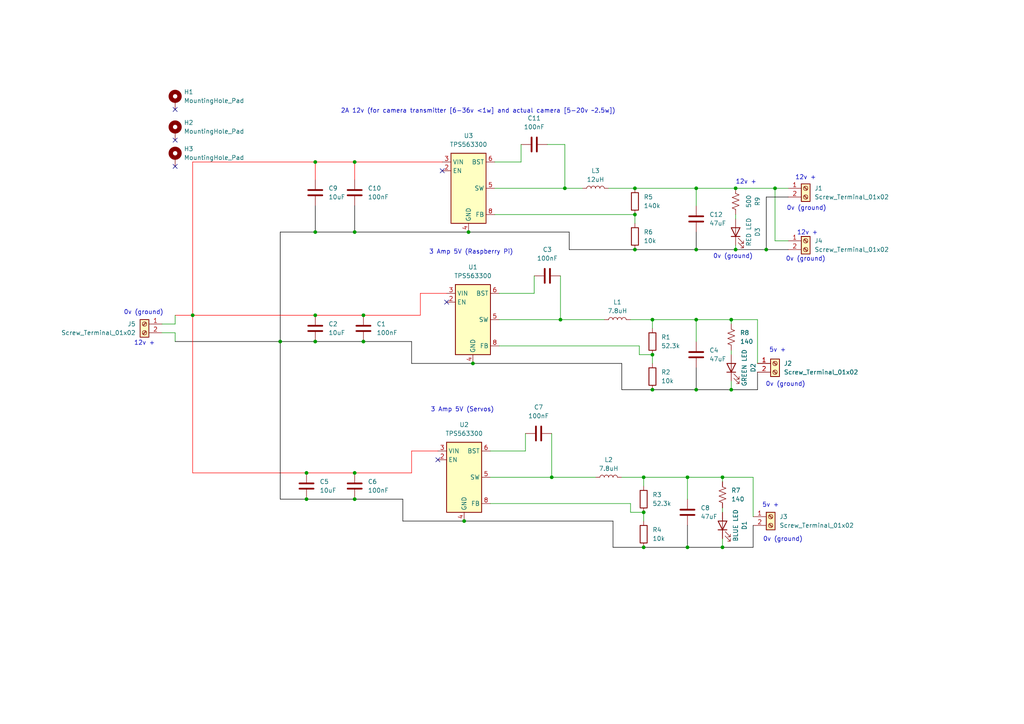
<source format=kicad_sch>
(kicad_sch
	(version 20231120)
	(generator "eeschema")
	(generator_version "8.0")
	(uuid "d57d17ab-494b-4c11-a4da-cdc1a6c16e8e")
	(paper "A4")
	(lib_symbols
		(symbol "Connector:Screw_Terminal_01x02"
			(pin_names
				(offset 1.016) hide)
			(exclude_from_sim no)
			(in_bom yes)
			(on_board yes)
			(property "Reference" "J"
				(at 0 2.54 0)
				(effects
					(font
						(size 1.27 1.27)
					)
				)
			)
			(property "Value" "Screw_Terminal_01x02"
				(at 0 -5.08 0)
				(effects
					(font
						(size 1.27 1.27)
					)
				)
			)
			(property "Footprint" ""
				(at 0 0 0)
				(effects
					(font
						(size 1.27 1.27)
					)
					(hide yes)
				)
			)
			(property "Datasheet" "~"
				(at 0 0 0)
				(effects
					(font
						(size 1.27 1.27)
					)
					(hide yes)
				)
			)
			(property "Description" "Generic screw terminal, single row, 01x02, script generated (kicad-library-utils/schlib/autogen/connector/)"
				(at 0 0 0)
				(effects
					(font
						(size 1.27 1.27)
					)
					(hide yes)
				)
			)
			(property "ki_keywords" "screw terminal"
				(at 0 0 0)
				(effects
					(font
						(size 1.27 1.27)
					)
					(hide yes)
				)
			)
			(property "ki_fp_filters" "TerminalBlock*:*"
				(at 0 0 0)
				(effects
					(font
						(size 1.27 1.27)
					)
					(hide yes)
				)
			)
			(symbol "Screw_Terminal_01x02_1_1"
				(rectangle
					(start -1.27 1.27)
					(end 1.27 -3.81)
					(stroke
						(width 0.254)
						(type default)
					)
					(fill
						(type background)
					)
				)
				(circle
					(center 0 -2.54)
					(radius 0.635)
					(stroke
						(width 0.1524)
						(type default)
					)
					(fill
						(type none)
					)
				)
				(polyline
					(pts
						(xy -0.5334 -2.2098) (xy 0.3302 -3.048)
					)
					(stroke
						(width 0.1524)
						(type default)
					)
					(fill
						(type none)
					)
				)
				(polyline
					(pts
						(xy -0.5334 0.3302) (xy 0.3302 -0.508)
					)
					(stroke
						(width 0.1524)
						(type default)
					)
					(fill
						(type none)
					)
				)
				(polyline
					(pts
						(xy -0.3556 -2.032) (xy 0.508 -2.8702)
					)
					(stroke
						(width 0.1524)
						(type default)
					)
					(fill
						(type none)
					)
				)
				(polyline
					(pts
						(xy -0.3556 0.508) (xy 0.508 -0.3302)
					)
					(stroke
						(width 0.1524)
						(type default)
					)
					(fill
						(type none)
					)
				)
				(circle
					(center 0 0)
					(radius 0.635)
					(stroke
						(width 0.1524)
						(type default)
					)
					(fill
						(type none)
					)
				)
				(pin passive line
					(at -5.08 0 0)
					(length 3.81)
					(name "Pin_1"
						(effects
							(font
								(size 1.27 1.27)
							)
						)
					)
					(number "1"
						(effects
							(font
								(size 1.27 1.27)
							)
						)
					)
				)
				(pin passive line
					(at -5.08 -2.54 0)
					(length 3.81)
					(name "Pin_2"
						(effects
							(font
								(size 1.27 1.27)
							)
						)
					)
					(number "2"
						(effects
							(font
								(size 1.27 1.27)
							)
						)
					)
				)
			)
		)
		(symbol "Device:C"
			(pin_numbers hide)
			(pin_names
				(offset 0.254)
			)
			(exclude_from_sim no)
			(in_bom yes)
			(on_board yes)
			(property "Reference" "C"
				(at 0.635 2.54 0)
				(effects
					(font
						(size 1.27 1.27)
					)
					(justify left)
				)
			)
			(property "Value" "C"
				(at 0.635 -2.54 0)
				(effects
					(font
						(size 1.27 1.27)
					)
					(justify left)
				)
			)
			(property "Footprint" ""
				(at 0.9652 -3.81 0)
				(effects
					(font
						(size 1.27 1.27)
					)
					(hide yes)
				)
			)
			(property "Datasheet" "~"
				(at 0 0 0)
				(effects
					(font
						(size 1.27 1.27)
					)
					(hide yes)
				)
			)
			(property "Description" "Unpolarized capacitor"
				(at 0 0 0)
				(effects
					(font
						(size 1.27 1.27)
					)
					(hide yes)
				)
			)
			(property "ki_keywords" "cap capacitor"
				(at 0 0 0)
				(effects
					(font
						(size 1.27 1.27)
					)
					(hide yes)
				)
			)
			(property "ki_fp_filters" "C_*"
				(at 0 0 0)
				(effects
					(font
						(size 1.27 1.27)
					)
					(hide yes)
				)
			)
			(symbol "C_0_1"
				(polyline
					(pts
						(xy -2.032 -0.762) (xy 2.032 -0.762)
					)
					(stroke
						(width 0.508)
						(type default)
					)
					(fill
						(type none)
					)
				)
				(polyline
					(pts
						(xy -2.032 0.762) (xy 2.032 0.762)
					)
					(stroke
						(width 0.508)
						(type default)
					)
					(fill
						(type none)
					)
				)
			)
			(symbol "C_1_1"
				(pin passive line
					(at 0 3.81 270)
					(length 2.794)
					(name "~"
						(effects
							(font
								(size 1.27 1.27)
							)
						)
					)
					(number "1"
						(effects
							(font
								(size 1.27 1.27)
							)
						)
					)
				)
				(pin passive line
					(at 0 -3.81 90)
					(length 2.794)
					(name "~"
						(effects
							(font
								(size 1.27 1.27)
							)
						)
					)
					(number "2"
						(effects
							(font
								(size 1.27 1.27)
							)
						)
					)
				)
			)
		)
		(symbol "Device:L"
			(pin_numbers hide)
			(pin_names
				(offset 1.016) hide)
			(exclude_from_sim no)
			(in_bom yes)
			(on_board yes)
			(property "Reference" "L"
				(at -1.27 0 90)
				(effects
					(font
						(size 1.27 1.27)
					)
				)
			)
			(property "Value" "L"
				(at 1.905 0 90)
				(effects
					(font
						(size 1.27 1.27)
					)
				)
			)
			(property "Footprint" ""
				(at 0 0 0)
				(effects
					(font
						(size 1.27 1.27)
					)
					(hide yes)
				)
			)
			(property "Datasheet" "~"
				(at 0 0 0)
				(effects
					(font
						(size 1.27 1.27)
					)
					(hide yes)
				)
			)
			(property "Description" "Inductor"
				(at 0 0 0)
				(effects
					(font
						(size 1.27 1.27)
					)
					(hide yes)
				)
			)
			(property "ki_keywords" "inductor choke coil reactor magnetic"
				(at 0 0 0)
				(effects
					(font
						(size 1.27 1.27)
					)
					(hide yes)
				)
			)
			(property "ki_fp_filters" "Choke_* *Coil* Inductor_* L_*"
				(at 0 0 0)
				(effects
					(font
						(size 1.27 1.27)
					)
					(hide yes)
				)
			)
			(symbol "L_0_1"
				(arc
					(start 0 -2.54)
					(mid 0.6323 -1.905)
					(end 0 -1.27)
					(stroke
						(width 0)
						(type default)
					)
					(fill
						(type none)
					)
				)
				(arc
					(start 0 -1.27)
					(mid 0.6323 -0.635)
					(end 0 0)
					(stroke
						(width 0)
						(type default)
					)
					(fill
						(type none)
					)
				)
				(arc
					(start 0 0)
					(mid 0.6323 0.635)
					(end 0 1.27)
					(stroke
						(width 0)
						(type default)
					)
					(fill
						(type none)
					)
				)
				(arc
					(start 0 1.27)
					(mid 0.6323 1.905)
					(end 0 2.54)
					(stroke
						(width 0)
						(type default)
					)
					(fill
						(type none)
					)
				)
			)
			(symbol "L_1_1"
				(pin passive line
					(at 0 3.81 270)
					(length 1.27)
					(name "1"
						(effects
							(font
								(size 1.27 1.27)
							)
						)
					)
					(number "1"
						(effects
							(font
								(size 1.27 1.27)
							)
						)
					)
				)
				(pin passive line
					(at 0 -3.81 90)
					(length 1.27)
					(name "2"
						(effects
							(font
								(size 1.27 1.27)
							)
						)
					)
					(number "2"
						(effects
							(font
								(size 1.27 1.27)
							)
						)
					)
				)
			)
		)
		(symbol "Device:LED"
			(pin_numbers hide)
			(pin_names
				(offset 1.016) hide)
			(exclude_from_sim no)
			(in_bom yes)
			(on_board yes)
			(property "Reference" "D"
				(at 0 2.54 0)
				(effects
					(font
						(size 1.27 1.27)
					)
				)
			)
			(property "Value" "LED"
				(at 0 -2.54 0)
				(effects
					(font
						(size 1.27 1.27)
					)
				)
			)
			(property "Footprint" ""
				(at 0 0 0)
				(effects
					(font
						(size 1.27 1.27)
					)
					(hide yes)
				)
			)
			(property "Datasheet" "~"
				(at 0 0 0)
				(effects
					(font
						(size 1.27 1.27)
					)
					(hide yes)
				)
			)
			(property "Description" "Light emitting diode"
				(at 0 0 0)
				(effects
					(font
						(size 1.27 1.27)
					)
					(hide yes)
				)
			)
			(property "ki_keywords" "LED diode"
				(at 0 0 0)
				(effects
					(font
						(size 1.27 1.27)
					)
					(hide yes)
				)
			)
			(property "ki_fp_filters" "LED* LED_SMD:* LED_THT:*"
				(at 0 0 0)
				(effects
					(font
						(size 1.27 1.27)
					)
					(hide yes)
				)
			)
			(symbol "LED_0_1"
				(polyline
					(pts
						(xy -1.27 -1.27) (xy -1.27 1.27)
					)
					(stroke
						(width 0.254)
						(type default)
					)
					(fill
						(type none)
					)
				)
				(polyline
					(pts
						(xy -1.27 0) (xy 1.27 0)
					)
					(stroke
						(width 0)
						(type default)
					)
					(fill
						(type none)
					)
				)
				(polyline
					(pts
						(xy 1.27 -1.27) (xy 1.27 1.27) (xy -1.27 0) (xy 1.27 -1.27)
					)
					(stroke
						(width 0.254)
						(type default)
					)
					(fill
						(type none)
					)
				)
				(polyline
					(pts
						(xy -3.048 -0.762) (xy -4.572 -2.286) (xy -3.81 -2.286) (xy -4.572 -2.286) (xy -4.572 -1.524)
					)
					(stroke
						(width 0)
						(type default)
					)
					(fill
						(type none)
					)
				)
				(polyline
					(pts
						(xy -1.778 -0.762) (xy -3.302 -2.286) (xy -2.54 -2.286) (xy -3.302 -2.286) (xy -3.302 -1.524)
					)
					(stroke
						(width 0)
						(type default)
					)
					(fill
						(type none)
					)
				)
			)
			(symbol "LED_1_1"
				(pin passive line
					(at -3.81 0 0)
					(length 2.54)
					(name "K"
						(effects
							(font
								(size 1.27 1.27)
							)
						)
					)
					(number "1"
						(effects
							(font
								(size 1.27 1.27)
							)
						)
					)
				)
				(pin passive line
					(at 3.81 0 180)
					(length 2.54)
					(name "A"
						(effects
							(font
								(size 1.27 1.27)
							)
						)
					)
					(number "2"
						(effects
							(font
								(size 1.27 1.27)
							)
						)
					)
				)
			)
		)
		(symbol "Device:R"
			(pin_numbers hide)
			(pin_names
				(offset 0)
			)
			(exclude_from_sim no)
			(in_bom yes)
			(on_board yes)
			(property "Reference" "R"
				(at 2.032 0 90)
				(effects
					(font
						(size 1.27 1.27)
					)
				)
			)
			(property "Value" "R"
				(at 0 0 90)
				(effects
					(font
						(size 1.27 1.27)
					)
				)
			)
			(property "Footprint" ""
				(at -1.778 0 90)
				(effects
					(font
						(size 1.27 1.27)
					)
					(hide yes)
				)
			)
			(property "Datasheet" "~"
				(at 0 0 0)
				(effects
					(font
						(size 1.27 1.27)
					)
					(hide yes)
				)
			)
			(property "Description" "Resistor"
				(at 0 0 0)
				(effects
					(font
						(size 1.27 1.27)
					)
					(hide yes)
				)
			)
			(property "ki_keywords" "R res resistor"
				(at 0 0 0)
				(effects
					(font
						(size 1.27 1.27)
					)
					(hide yes)
				)
			)
			(property "ki_fp_filters" "R_*"
				(at 0 0 0)
				(effects
					(font
						(size 1.27 1.27)
					)
					(hide yes)
				)
			)
			(symbol "R_0_1"
				(rectangle
					(start -1.016 -2.54)
					(end 1.016 2.54)
					(stroke
						(width 0.254)
						(type default)
					)
					(fill
						(type none)
					)
				)
			)
			(symbol "R_1_1"
				(pin passive line
					(at 0 3.81 270)
					(length 1.27)
					(name "~"
						(effects
							(font
								(size 1.27 1.27)
							)
						)
					)
					(number "1"
						(effects
							(font
								(size 1.27 1.27)
							)
						)
					)
				)
				(pin passive line
					(at 0 -3.81 90)
					(length 1.27)
					(name "~"
						(effects
							(font
								(size 1.27 1.27)
							)
						)
					)
					(number "2"
						(effects
							(font
								(size 1.27 1.27)
							)
						)
					)
				)
			)
		)
		(symbol "Device:R_US"
			(pin_numbers hide)
			(pin_names
				(offset 0)
			)
			(exclude_from_sim no)
			(in_bom yes)
			(on_board yes)
			(property "Reference" "R"
				(at 2.54 0 90)
				(effects
					(font
						(size 1.27 1.27)
					)
				)
			)
			(property "Value" "R_US"
				(at -2.54 0 90)
				(effects
					(font
						(size 1.27 1.27)
					)
				)
			)
			(property "Footprint" ""
				(at 1.016 -0.254 90)
				(effects
					(font
						(size 1.27 1.27)
					)
					(hide yes)
				)
			)
			(property "Datasheet" "~"
				(at 0 0 0)
				(effects
					(font
						(size 1.27 1.27)
					)
					(hide yes)
				)
			)
			(property "Description" "Resistor, US symbol"
				(at 0 0 0)
				(effects
					(font
						(size 1.27 1.27)
					)
					(hide yes)
				)
			)
			(property "ki_keywords" "R res resistor"
				(at 0 0 0)
				(effects
					(font
						(size 1.27 1.27)
					)
					(hide yes)
				)
			)
			(property "ki_fp_filters" "R_*"
				(at 0 0 0)
				(effects
					(font
						(size 1.27 1.27)
					)
					(hide yes)
				)
			)
			(symbol "R_US_0_1"
				(polyline
					(pts
						(xy 0 -2.286) (xy 0 -2.54)
					)
					(stroke
						(width 0)
						(type default)
					)
					(fill
						(type none)
					)
				)
				(polyline
					(pts
						(xy 0 2.286) (xy 0 2.54)
					)
					(stroke
						(width 0)
						(type default)
					)
					(fill
						(type none)
					)
				)
				(polyline
					(pts
						(xy 0 -0.762) (xy 1.016 -1.143) (xy 0 -1.524) (xy -1.016 -1.905) (xy 0 -2.286)
					)
					(stroke
						(width 0)
						(type default)
					)
					(fill
						(type none)
					)
				)
				(polyline
					(pts
						(xy 0 0.762) (xy 1.016 0.381) (xy 0 0) (xy -1.016 -0.381) (xy 0 -0.762)
					)
					(stroke
						(width 0)
						(type default)
					)
					(fill
						(type none)
					)
				)
				(polyline
					(pts
						(xy 0 2.286) (xy 1.016 1.905) (xy 0 1.524) (xy -1.016 1.143) (xy 0 0.762)
					)
					(stroke
						(width 0)
						(type default)
					)
					(fill
						(type none)
					)
				)
			)
			(symbol "R_US_1_1"
				(pin passive line
					(at 0 3.81 270)
					(length 1.27)
					(name "~"
						(effects
							(font
								(size 1.27 1.27)
							)
						)
					)
					(number "1"
						(effects
							(font
								(size 1.27 1.27)
							)
						)
					)
				)
				(pin passive line
					(at 0 -3.81 90)
					(length 1.27)
					(name "~"
						(effects
							(font
								(size 1.27 1.27)
							)
						)
					)
					(number "2"
						(effects
							(font
								(size 1.27 1.27)
							)
						)
					)
				)
			)
		)
		(symbol "Mechanical:MountingHole_Pad"
			(pin_numbers hide)
			(pin_names
				(offset 1.016) hide)
			(exclude_from_sim yes)
			(in_bom no)
			(on_board yes)
			(property "Reference" "H"
				(at 0 6.35 0)
				(effects
					(font
						(size 1.27 1.27)
					)
				)
			)
			(property "Value" "MountingHole_Pad"
				(at 0 4.445 0)
				(effects
					(font
						(size 1.27 1.27)
					)
				)
			)
			(property "Footprint" ""
				(at 0 0 0)
				(effects
					(font
						(size 1.27 1.27)
					)
					(hide yes)
				)
			)
			(property "Datasheet" "~"
				(at 0 0 0)
				(effects
					(font
						(size 1.27 1.27)
					)
					(hide yes)
				)
			)
			(property "Description" "Mounting Hole with connection"
				(at 0 0 0)
				(effects
					(font
						(size 1.27 1.27)
					)
					(hide yes)
				)
			)
			(property "ki_keywords" "mounting hole"
				(at 0 0 0)
				(effects
					(font
						(size 1.27 1.27)
					)
					(hide yes)
				)
			)
			(property "ki_fp_filters" "MountingHole*Pad*"
				(at 0 0 0)
				(effects
					(font
						(size 1.27 1.27)
					)
					(hide yes)
				)
			)
			(symbol "MountingHole_Pad_0_1"
				(circle
					(center 0 1.27)
					(radius 1.27)
					(stroke
						(width 1.27)
						(type default)
					)
					(fill
						(type none)
					)
				)
			)
			(symbol "MountingHole_Pad_1_1"
				(pin input line
					(at 0 -2.54 90)
					(length 2.54)
					(name "1"
						(effects
							(font
								(size 1.27 1.27)
							)
						)
					)
					(number "1"
						(effects
							(font
								(size 1.27 1.27)
							)
						)
					)
				)
			)
		)
		(symbol "Regulator_Switching:TPS563300"
			(exclude_from_sim no)
			(in_bom yes)
			(on_board yes)
			(property "Reference" "U"
				(at 0 13.97 0)
				(effects
					(font
						(size 1.27 1.27)
					)
				)
			)
			(property "Value" "TPS563300"
				(at 0 11.43 0)
				(effects
					(font
						(size 1.27 1.27)
					)
				)
			)
			(property "Footprint" "Package_TO_SOT_SMD:SOT-583-8"
				(at 0 -25.4 0)
				(effects
					(font
						(size 1.27 1.27)
					)
					(hide yes)
				)
			)
			(property "Datasheet" "https://www.ti.com/lit/ds/symlink/tps563300.pdf"
				(at 0 -22.86 0)
				(effects
					(font
						(size 1.27 1.27)
					)
					(hide yes)
				)
			)
			(property "Description" "3.8-28V, 3A Synchronous Buck Converters with pulse frequency modulation (PFM), SOT583-8"
				(at 0 0 0)
				(effects
					(font
						(size 1.27 1.27)
					)
					(hide yes)
				)
			)
			(property "ki_keywords" "synchronous buck converter pulse frequency modulation"
				(at 0 0 0)
				(effects
					(font
						(size 1.27 1.27)
					)
					(hide yes)
				)
			)
			(property "ki_fp_filters" "SOT?583*"
				(at 0 0 0)
				(effects
					(font
						(size 1.27 1.27)
					)
					(hide yes)
				)
			)
			(symbol "TPS563300_0_1"
				(rectangle
					(start -5.08 10.16)
					(end 5.08 -10.16)
					(stroke
						(width 0.254)
						(type default)
					)
					(fill
						(type background)
					)
				)
			)
			(symbol "TPS563300_1_1"
				(pin no_connect line
					(at -5.08 -5.08 0)
					(length 2.54) hide
					(name "NC"
						(effects
							(font
								(size 1.27 1.27)
							)
						)
					)
					(number "1"
						(effects
							(font
								(size 1.27 1.27)
							)
						)
					)
				)
				(pin input line
					(at -7.62 5.08 0)
					(length 2.54)
					(name "EN"
						(effects
							(font
								(size 1.27 1.27)
							)
						)
					)
					(number "2"
						(effects
							(font
								(size 1.27 1.27)
							)
						)
					)
				)
				(pin power_in line
					(at -7.62 7.62 0)
					(length 2.54)
					(name "VIN"
						(effects
							(font
								(size 1.27 1.27)
							)
						)
					)
					(number "3"
						(effects
							(font
								(size 1.27 1.27)
							)
						)
					)
				)
				(pin power_in line
					(at 0 -12.7 90)
					(length 2.54)
					(name "GND"
						(effects
							(font
								(size 1.27 1.27)
							)
						)
					)
					(number "4"
						(effects
							(font
								(size 1.27 1.27)
							)
						)
					)
				)
				(pin output line
					(at 7.62 0 180)
					(length 2.54)
					(name "SW"
						(effects
							(font
								(size 1.27 1.27)
							)
						)
					)
					(number "5"
						(effects
							(font
								(size 1.27 1.27)
							)
						)
					)
				)
				(pin passive line
					(at 7.62 7.62 180)
					(length 2.54)
					(name "BST"
						(effects
							(font
								(size 1.27 1.27)
							)
						)
					)
					(number "6"
						(effects
							(font
								(size 1.27 1.27)
							)
						)
					)
				)
				(pin no_connect line
					(at -5.08 -2.54 0)
					(length 2.54) hide
					(name "NC"
						(effects
							(font
								(size 1.27 1.27)
							)
						)
					)
					(number "7"
						(effects
							(font
								(size 1.27 1.27)
							)
						)
					)
				)
				(pin input line
					(at 7.62 -7.62 180)
					(length 2.54)
					(name "FB"
						(effects
							(font
								(size 1.27 1.27)
							)
						)
					)
					(number "8"
						(effects
							(font
								(size 1.27 1.27)
							)
						)
					)
				)
			)
		)
	)
	(junction
		(at 163.83 54.61)
		(diameter 0)
		(color 0 0 0 0)
		(uuid "00b1cdfb-3588-46ba-be68-c76805c0fb4c")
	)
	(junction
		(at 212.09 113.03)
		(diameter 0)
		(color 0 0 0 0)
		(uuid "03310e1f-45fb-4ee2-bf38-2c24550bbb42")
	)
	(junction
		(at 186.69 138.43)
		(diameter 0)
		(color 0 0 0 0)
		(uuid "04e8b746-4ff3-41a6-bc99-ef8230411f4d")
	)
	(junction
		(at 135.89 67.31)
		(diameter 0)
		(color 0 0 0 0)
		(uuid "0560b3df-a131-4e00-9ce5-e803ea101cd7")
	)
	(junction
		(at 213.36 72.39)
		(diameter 0)
		(color 0 0 0 0)
		(uuid "0996612c-555b-4c40-a12e-ccccc5e4b6c3")
	)
	(junction
		(at 189.23 102.87)
		(diameter 0)
		(color 0 0 0 0)
		(uuid "0cc2ddd6-5cd9-4f0b-843a-c3fb8e9377f9")
	)
	(junction
		(at 209.55 138.43)
		(diameter 0)
		(color 0 0 0 0)
		(uuid "0ff7fc02-1964-448d-a170-7635620e2362")
	)
	(junction
		(at 213.36 54.61)
		(diameter 0)
		(color 0 0 0 0)
		(uuid "1195850a-153b-4607-947a-dc6cd7e1635e")
	)
	(junction
		(at 189.23 113.03)
		(diameter 0)
		(color 0 0 0 0)
		(uuid "13322f75-545b-4d4e-99aa-f7bd0832e820")
	)
	(junction
		(at 55.88 91.44)
		(diameter 0)
		(color 0 0 0 0)
		(uuid "16a26e43-d854-4c41-b42c-212b862c8c47")
	)
	(junction
		(at 201.93 113.03)
		(diameter 0)
		(color 0 0 0 0)
		(uuid "250a00c7-58b4-4871-937f-f6e04abf5197")
	)
	(junction
		(at 91.44 67.31)
		(diameter 0)
		(color 0 0 0 0)
		(uuid "26d7cf07-371b-48f1-8f94-030a519e90d5")
	)
	(junction
		(at 199.39 158.75)
		(diameter 0)
		(color 0 0 0 0)
		(uuid "28960254-9fe1-459d-9467-e185dc79bd63")
	)
	(junction
		(at 91.44 91.44)
		(diameter 0)
		(color 0 0 0 0)
		(uuid "33b9f0cf-5ae1-4725-9b56-a9892cd0e291")
	)
	(junction
		(at 105.41 99.06)
		(diameter 0)
		(color 0 0 0 0)
		(uuid "368ef5e2-6721-49e2-8b24-40cf0f3c24ef")
	)
	(junction
		(at 88.9 137.16)
		(diameter 0)
		(color 0 0 0 0)
		(uuid "39f6c3cd-7fca-4b6b-b3c6-a3b15d6efd2f")
	)
	(junction
		(at 81.28 99.06)
		(diameter 0)
		(color 0 0 0 0)
		(uuid "3a1415f6-a1f5-46c8-9148-861b95514444")
	)
	(junction
		(at 186.69 158.75)
		(diameter 0)
		(color 0 0 0 0)
		(uuid "3b732558-960a-4420-ac0c-785f35afe7dd")
	)
	(junction
		(at 222.25 72.39)
		(diameter 0)
		(color 0 0 0 0)
		(uuid "4a41fffc-b0dd-4e54-8f2b-42eb5d4a331b")
	)
	(junction
		(at 160.02 138.43)
		(diameter 0)
		(color 0 0 0 0)
		(uuid "5fea1a93-4b0d-47ef-81d6-a296cb7a6f04")
	)
	(junction
		(at 224.79 54.61)
		(diameter 0)
		(color 0 0 0 0)
		(uuid "6268334c-acad-49ec-bda9-0eda494b6f3a")
	)
	(junction
		(at 184.15 54.61)
		(diameter 0)
		(color 0 0 0 0)
		(uuid "62d86403-2435-4db9-811b-b06fa59fc411")
	)
	(junction
		(at 201.93 54.61)
		(diameter 0)
		(color 0 0 0 0)
		(uuid "6ad9ad96-b35b-4960-8921-825cf4d7f61f")
	)
	(junction
		(at 201.93 92.71)
		(diameter 0)
		(color 0 0 0 0)
		(uuid "7d687a79-dd90-4d90-9181-49fcdab95b69")
	)
	(junction
		(at 184.15 72.39)
		(diameter 0)
		(color 0 0 0 0)
		(uuid "7e748b3d-d7fe-485a-a0bb-03d0b314b655")
	)
	(junction
		(at 137.16 105.41)
		(diameter 0)
		(color 0 0 0 0)
		(uuid "86bb5a59-ef94-42d8-827e-203cc39bd971")
	)
	(junction
		(at 91.44 46.99)
		(diameter 0)
		(color 0 0 0 0)
		(uuid "86d217d4-5346-422d-909d-531647a60234")
	)
	(junction
		(at 105.41 91.44)
		(diameter 0)
		(color 0 0 0 0)
		(uuid "93550c7d-2a9c-428b-83a7-361f9da901d0")
	)
	(junction
		(at 102.87 137.16)
		(diameter 0)
		(color 0 0 0 0)
		(uuid "a4b68287-16fc-40c7-a943-f4cbd9889fbd")
	)
	(junction
		(at 102.87 46.99)
		(diameter 0)
		(color 0 0 0 0)
		(uuid "b2b459a2-65fb-4c17-ac80-35a55d8ecb2c")
	)
	(junction
		(at 102.87 144.78)
		(diameter 0)
		(color 0 0 0 0)
		(uuid "b4431062-7f6f-4bfb-b8fc-4fadaaa3130d")
	)
	(junction
		(at 209.55 158.75)
		(diameter 0)
		(color 0 0 0 0)
		(uuid "b49c0390-9e6e-42c6-9289-f935f194c439")
	)
	(junction
		(at 212.09 92.71)
		(diameter 0)
		(color 0 0 0 0)
		(uuid "b91d2b1f-a773-4a15-893c-9fdcfe33467b")
	)
	(junction
		(at 88.9 144.78)
		(diameter 0)
		(color 0 0 0 0)
		(uuid "c179afab-5fd2-4d40-b5c7-5f33f442e67e")
	)
	(junction
		(at 199.39 138.43)
		(diameter 0)
		(color 0 0 0 0)
		(uuid "d1942afd-98e4-4153-bd99-7082a47ee511")
	)
	(junction
		(at 91.44 99.06)
		(diameter 0)
		(color 0 0 0 0)
		(uuid "d3146c19-e68d-498b-8062-33934ab9cd87")
	)
	(junction
		(at 186.69 148.59)
		(diameter 0)
		(color 0 0 0 0)
		(uuid "d4a546f8-1cde-4f30-bb1a-cf1771cf2a4f")
	)
	(junction
		(at 102.87 67.31)
		(diameter 0)
		(color 0 0 0 0)
		(uuid "df8af293-b5ca-450c-8bbf-6835f793cbb3")
	)
	(junction
		(at 184.15 62.23)
		(diameter 0)
		(color 0 0 0 0)
		(uuid "e0c69554-d72d-4c6d-b73e-ba90fd84cb18")
	)
	(junction
		(at 201.93 72.39)
		(diameter 0)
		(color 0 0 0 0)
		(uuid "e40caf17-452b-4b4f-8622-2b664661b122")
	)
	(junction
		(at 162.56 92.71)
		(diameter 0)
		(color 0 0 0 0)
		(uuid "e50690c7-4fb1-47a7-930e-2cc7912d4525")
	)
	(junction
		(at 189.23 92.71)
		(diameter 0)
		(color 0 0 0 0)
		(uuid "f1c5930c-df53-48e4-bf4e-88fb5444516a")
	)
	(junction
		(at 134.62 151.13)
		(diameter 0)
		(color 0 0 0 0)
		(uuid "f9938dc3-d8a8-4e30-90ae-8c23645974fb")
	)
	(no_connect
		(at 50.8 48.26)
		(uuid "3325ae51-ed70-4d72-bb31-b035aaa352ed")
	)
	(no_connect
		(at 50.8 31.75)
		(uuid "b1c2d339-413b-4902-a723-cc244a754e3c")
	)
	(no_connect
		(at 127 133.35)
		(uuid "b8f30601-4717-445f-a8b6-db8363cd163e")
	)
	(no_connect
		(at 128.27 49.53)
		(uuid "bbb4cfa9-dcb3-4082-891a-19ac90509082")
	)
	(no_connect
		(at 50.8 40.64)
		(uuid "e96aac04-cf32-42b3-8197-8a842c179f58")
	)
	(no_connect
		(at 129.54 87.63)
		(uuid "f06d868e-c6f2-436a-996e-cc1156115e37")
	)
	(wire
		(pts
			(xy 209.55 138.43) (xy 209.55 139.7)
		)
		(stroke
			(width 0)
			(type default)
		)
		(uuid "0008668d-a574-43cc-981a-4e98e0240479")
	)
	(wire
		(pts
			(xy 116.84 144.78) (xy 116.84 151.13)
		)
		(stroke
			(width 0)
			(type default)
			(color 0 0 0 1)
		)
		(uuid "0254a94b-2535-456a-8531-cb5ae3590618")
	)
	(wire
		(pts
			(xy 209.55 156.21) (xy 209.55 158.75)
		)
		(stroke
			(width 0)
			(type default)
		)
		(uuid "037d8d36-e2e2-463e-89dd-b4a49d00e5eb")
	)
	(wire
		(pts
			(xy 162.56 92.71) (xy 175.26 92.71)
		)
		(stroke
			(width 0)
			(type default)
		)
		(uuid "0487d633-8a7e-4aee-be13-45cd5e497d8f")
	)
	(wire
		(pts
			(xy 213.36 54.61) (xy 224.79 54.61)
		)
		(stroke
			(width 0)
			(type default)
		)
		(uuid "0675b9c4-b89d-45c8-9e37-e475157b5dcf")
	)
	(wire
		(pts
			(xy 143.51 54.61) (xy 163.83 54.61)
		)
		(stroke
			(width 0)
			(type default)
		)
		(uuid "08b6177e-bcd8-47e7-859a-cdeea1da9513")
	)
	(wire
		(pts
			(xy 128.27 46.99) (xy 102.87 46.99)
		)
		(stroke
			(width 0)
			(type default)
			(color 255 0 0 1)
		)
		(uuid "0ad5f637-ea42-41ae-8cef-787d08611adb")
	)
	(wire
		(pts
			(xy 81.28 67.31) (xy 81.28 99.06)
		)
		(stroke
			(width 0)
			(type default)
			(color 0 0 0 1)
		)
		(uuid "0e7b75ce-4edf-4b73-930a-3b1c242db1a7")
	)
	(wire
		(pts
			(xy 212.09 113.03) (xy 219.71 113.03)
		)
		(stroke
			(width 0)
			(type default)
			(color 0 0 0 1)
		)
		(uuid "104cc914-037b-4c55-a41b-a2c28d83cbbb")
	)
	(wire
		(pts
			(xy 119.38 137.16) (xy 119.38 130.81)
		)
		(stroke
			(width 0)
			(type default)
			(color 255 0 0 1)
		)
		(uuid "10e0d9d2-e17e-4a3c-af24-07db8464d770")
	)
	(wire
		(pts
			(xy 189.23 113.03) (xy 201.93 113.03)
		)
		(stroke
			(width 0)
			(type default)
			(color 0 0 0 1)
		)
		(uuid "13d1ef31-c42d-4d78-b191-2eeefe824816")
	)
	(wire
		(pts
			(xy 143.51 46.99) (xy 151.13 46.99)
		)
		(stroke
			(width 0)
			(type default)
		)
		(uuid "16f44a71-1458-4457-a6b4-5099693f4ff8")
	)
	(wire
		(pts
			(xy 182.88 92.71) (xy 189.23 92.71)
		)
		(stroke
			(width 0)
			(type default)
		)
		(uuid "16f938eb-da48-4027-9622-6353f9e28a14")
	)
	(wire
		(pts
			(xy 105.41 91.44) (xy 121.92 91.44)
		)
		(stroke
			(width 0)
			(type default)
			(color 255 0 0 1)
		)
		(uuid "199f3434-2338-4f14-ab4b-4ce662781ced")
	)
	(wire
		(pts
			(xy 144.78 85.09) (xy 154.94 85.09)
		)
		(stroke
			(width 0)
			(type default)
		)
		(uuid "1a969c91-49f3-4fba-a63e-4c2ce9df43a4")
	)
	(wire
		(pts
			(xy 137.16 105.41) (xy 180.34 105.41)
		)
		(stroke
			(width 0)
			(type default)
			(color 0 0 0 1)
		)
		(uuid "1ba408f7-adea-4f0d-952e-3a43f8b56c83")
	)
	(wire
		(pts
			(xy 163.83 54.61) (xy 168.91 54.61)
		)
		(stroke
			(width 0)
			(type default)
		)
		(uuid "1ddc5f7c-c206-4057-84bb-d22d6f801819")
	)
	(wire
		(pts
			(xy 201.93 72.39) (xy 213.36 72.39)
		)
		(stroke
			(width 0)
			(type default)
			(color 0 0 0 1)
		)
		(uuid "20028633-d8f7-4556-900f-70bfe8c7586c")
	)
	(wire
		(pts
			(xy 201.93 67.31) (xy 201.93 72.39)
		)
		(stroke
			(width 0)
			(type default)
			(color 0 0 0 1)
		)
		(uuid "22e22b6c-2409-4198-a3ef-295502eccc9d")
	)
	(wire
		(pts
			(xy 177.8 158.75) (xy 186.69 158.75)
		)
		(stroke
			(width 0)
			(type default)
			(color 0 0 0 1)
		)
		(uuid "23c0c066-7dda-490e-a0a0-911f3e561e38")
	)
	(wire
		(pts
			(xy 222.25 72.39) (xy 228.6 72.39)
		)
		(stroke
			(width 0)
			(type default)
			(color 0 0 0 1)
		)
		(uuid "24fa1675-6555-4a3c-8baa-e771f23e1097")
	)
	(wire
		(pts
			(xy 50.8 99.06) (xy 81.28 99.06)
		)
		(stroke
			(width 0)
			(type default)
			(color 0 0 0 1)
		)
		(uuid "2b24169e-83f2-4abd-b4f4-978e3f2da1f3")
	)
	(wire
		(pts
			(xy 81.28 144.78) (xy 88.9 144.78)
		)
		(stroke
			(width 0)
			(type default)
			(color 0 0 0 1)
		)
		(uuid "2c4e9cbc-bc86-4a1e-8b6b-76befedf7bc9")
	)
	(wire
		(pts
			(xy 81.28 99.06) (xy 91.44 99.06)
		)
		(stroke
			(width 0)
			(type default)
			(color 0 0 0 1)
		)
		(uuid "32cc1454-85b4-428b-aefa-4cbd881ab798")
	)
	(wire
		(pts
			(xy 158.75 41.91) (xy 163.83 41.91)
		)
		(stroke
			(width 0)
			(type default)
		)
		(uuid "407d99b6-e2a1-48ee-ae30-5d27e70eefcf")
	)
	(wire
		(pts
			(xy 209.55 147.32) (xy 209.55 148.59)
		)
		(stroke
			(width 0)
			(type default)
		)
		(uuid "4096441a-13b2-48bf-a539-1166e8763f3c")
	)
	(wire
		(pts
			(xy 81.28 67.31) (xy 91.44 67.31)
		)
		(stroke
			(width 0)
			(type default)
			(color 0 0 0 1)
		)
		(uuid "49f4a340-d239-4e2c-ae73-0843382d2fff")
	)
	(wire
		(pts
			(xy 102.87 46.99) (xy 91.44 46.99)
		)
		(stroke
			(width 0)
			(type default)
			(color 255 0 0 1)
		)
		(uuid "49fcacc7-c473-40b9-a2bc-8668b36caa79")
	)
	(wire
		(pts
			(xy 185.42 100.33) (xy 185.42 102.87)
		)
		(stroke
			(width 0)
			(type default)
		)
		(uuid "4b679983-d237-4a1a-964f-0867a7b080e9")
	)
	(wire
		(pts
			(xy 102.87 59.69) (xy 102.87 67.31)
		)
		(stroke
			(width 0)
			(type default)
			(color 0 0 0 1)
		)
		(uuid "4e535767-cc97-4abf-b183-03b6f397eac6")
	)
	(wire
		(pts
			(xy 160.02 138.43) (xy 172.72 138.43)
		)
		(stroke
			(width 0)
			(type default)
		)
		(uuid "4ea51b51-b5a3-4459-b0e1-44a090d4fd7b")
	)
	(wire
		(pts
			(xy 91.44 99.06) (xy 105.41 99.06)
		)
		(stroke
			(width 0)
			(type default)
			(color 0 0 0 1)
		)
		(uuid "4f7a3cc8-1915-47ee-af02-13f27e8f2dfd")
	)
	(wire
		(pts
			(xy 144.78 92.71) (xy 162.56 92.71)
		)
		(stroke
			(width 0)
			(type default)
		)
		(uuid "4f855ea6-e41b-4f10-9e4e-5c788d880191")
	)
	(wire
		(pts
			(xy 222.25 72.39) (xy 222.25 57.15)
		)
		(stroke
			(width 0)
			(type default)
			(color 0 0 0 1)
		)
		(uuid "50b7df03-26e6-45cd-9c84-0e5889a8763d")
	)
	(wire
		(pts
			(xy 152.4 130.81) (xy 152.4 125.73)
		)
		(stroke
			(width 0)
			(type default)
		)
		(uuid "55daa9ae-4462-429e-80e0-52ccbbab86c1")
	)
	(wire
		(pts
			(xy 162.56 92.71) (xy 162.56 80.01)
		)
		(stroke
			(width 0)
			(type default)
		)
		(uuid "56d61d2c-7926-4337-b61f-98ea6d4cb829")
	)
	(wire
		(pts
			(xy 201.93 113.03) (xy 212.09 113.03)
		)
		(stroke
			(width 0)
			(type default)
			(color 0 0 0 1)
		)
		(uuid "580fb109-76ea-4ee4-9e56-d85fec9bebfb")
	)
	(wire
		(pts
			(xy 218.44 152.4) (xy 218.44 158.75)
		)
		(stroke
			(width 0)
			(type default)
			(color 0 0 0 1)
		)
		(uuid "598ef81f-35ff-415d-86d1-c7a84e056b68")
	)
	(wire
		(pts
			(xy 88.9 137.16) (xy 102.87 137.16)
		)
		(stroke
			(width 0)
			(type default)
			(color 255 0 0 1)
		)
		(uuid "59a41167-fab0-421f-a3e1-f1a003e7158d")
	)
	(wire
		(pts
			(xy 55.88 91.44) (xy 55.88 137.16)
		)
		(stroke
			(width 0)
			(type default)
			(color 255 0 0 1)
		)
		(uuid "5c34a7e2-67f7-4d7b-bf71-1aaefc9a805f")
	)
	(wire
		(pts
			(xy 201.93 106.68) (xy 201.93 113.03)
		)
		(stroke
			(width 0)
			(type default)
			(color 0 0 0 1)
		)
		(uuid "5ec076cb-8968-4941-a33b-2558289da106")
	)
	(wire
		(pts
			(xy 199.39 138.43) (xy 199.39 144.78)
		)
		(stroke
			(width 0)
			(type default)
		)
		(uuid "5f1df33b-950e-41ff-a93a-a46b94dd98a7")
	)
	(wire
		(pts
			(xy 142.24 138.43) (xy 160.02 138.43)
		)
		(stroke
			(width 0)
			(type default)
		)
		(uuid "62062644-c1fc-439a-abc7-60cd45569c0f")
	)
	(wire
		(pts
			(xy 165.1 67.31) (xy 135.89 67.31)
		)
		(stroke
			(width 0)
			(type default)
			(color 0 0 0 1)
		)
		(uuid "6224c884-220d-4d97-9901-2a9525658088")
	)
	(wire
		(pts
			(xy 55.88 91.44) (xy 55.88 46.99)
		)
		(stroke
			(width 0)
			(type default)
			(color 255 0 0 1)
		)
		(uuid "638db10e-b733-4ea1-aae1-20dbc1cc1ae2")
	)
	(wire
		(pts
			(xy 228.6 69.85) (xy 224.79 69.85)
		)
		(stroke
			(width 0)
			(type default)
		)
		(uuid "64487feb-1ab5-438f-bbd0-1a90a1ee7895")
	)
	(wire
		(pts
			(xy 186.69 158.75) (xy 199.39 158.75)
		)
		(stroke
			(width 0)
			(type default)
			(color 0 0 0 1)
		)
		(uuid "65c2f308-f74d-406f-bf59-863b3090d08c")
	)
	(wire
		(pts
			(xy 46.99 96.52) (xy 50.8 96.52)
		)
		(stroke
			(width 0)
			(type default)
		)
		(uuid "672e052e-d310-43e6-aa44-3943a57aae2d")
	)
	(wire
		(pts
			(xy 91.44 91.44) (xy 105.41 91.44)
		)
		(stroke
			(width 0)
			(type default)
			(color 255 0 0 1)
		)
		(uuid "68942ba7-686a-4a02-ab28-6defcc876119")
	)
	(wire
		(pts
			(xy 119.38 99.06) (xy 119.38 105.41)
		)
		(stroke
			(width 0)
			(type default)
			(color 0 0 0 1)
		)
		(uuid "6a242694-bb4e-47ad-b2d0-15bf3989f0ed")
	)
	(wire
		(pts
			(xy 144.78 100.33) (xy 185.42 100.33)
		)
		(stroke
			(width 0)
			(type default)
		)
		(uuid "6c4f68d4-4d81-4423-9ace-bca86f73ac24")
	)
	(wire
		(pts
			(xy 212.09 92.71) (xy 219.71 92.71)
		)
		(stroke
			(width 0)
			(type default)
		)
		(uuid "6ded207a-e54f-40df-a667-e90d5f37fdab")
	)
	(wire
		(pts
			(xy 143.51 62.23) (xy 184.15 62.23)
		)
		(stroke
			(width 0)
			(type default)
		)
		(uuid "710ef825-8013-4567-ba7b-c11d8f7e7fe4")
	)
	(wire
		(pts
			(xy 119.38 130.81) (xy 127 130.81)
		)
		(stroke
			(width 0)
			(type default)
			(color 255 0 0 1)
		)
		(uuid "72d465f4-cdea-4ee5-94b1-4503a0aa5226")
	)
	(wire
		(pts
			(xy 105.41 99.06) (xy 119.38 99.06)
		)
		(stroke
			(width 0)
			(type default)
			(color 0 0 0 1)
		)
		(uuid "74ccb234-22c2-4447-96cb-73efcd247982")
	)
	(wire
		(pts
			(xy 201.93 54.61) (xy 213.36 54.61)
		)
		(stroke
			(width 0)
			(type default)
		)
		(uuid "759b4d8b-5ee9-49a4-9b8a-c7b77ca0be3d")
	)
	(wire
		(pts
			(xy 151.13 46.99) (xy 151.13 41.91)
		)
		(stroke
			(width 0)
			(type default)
		)
		(uuid "77185355-ae06-4b15-a072-5d8aa45ba96d")
	)
	(wire
		(pts
			(xy 186.69 148.59) (xy 186.69 151.13)
		)
		(stroke
			(width 0)
			(type default)
		)
		(uuid "794a91ee-d615-41d2-8db7-20fc4bf92eb1")
	)
	(wire
		(pts
			(xy 50.8 93.98) (xy 50.8 91.44)
		)
		(stroke
			(width 0)
			(type default)
		)
		(uuid "794e5ea9-3b76-478f-b593-62d5d7270a1d")
	)
	(wire
		(pts
			(xy 189.23 92.71) (xy 201.93 92.71)
		)
		(stroke
			(width 0)
			(type default)
		)
		(uuid "79f6eb85-a4fa-431b-99cb-f878e4f8db48")
	)
	(wire
		(pts
			(xy 199.39 158.75) (xy 209.55 158.75)
		)
		(stroke
			(width 0)
			(type default)
			(color 0 0 0 1)
		)
		(uuid "7a1a3c33-002e-472b-9053-0c4087e648f1")
	)
	(wire
		(pts
			(xy 50.8 91.44) (xy 55.88 91.44)
		)
		(stroke
			(width 0)
			(type default)
			(color 255 0 0 1)
		)
		(uuid "7a93246d-ffba-4330-add6-2fbdddd78f92")
	)
	(wire
		(pts
			(xy 142.24 130.81) (xy 152.4 130.81)
		)
		(stroke
			(width 0)
			(type default)
		)
		(uuid "809cf825-b234-48bb-9d12-2d19e8dccc85")
	)
	(wire
		(pts
			(xy 142.24 146.05) (xy 182.88 146.05)
		)
		(stroke
			(width 0)
			(type default)
		)
		(uuid "81bf0c9d-928d-406b-9e47-d134f20d00a0")
	)
	(wire
		(pts
			(xy 102.87 67.31) (xy 135.89 67.31)
		)
		(stroke
			(width 0)
			(type default)
			(color 0 0 0 1)
		)
		(uuid "854be63b-b208-4263-8091-a626de2f0536")
	)
	(wire
		(pts
			(xy 176.53 54.61) (xy 184.15 54.61)
		)
		(stroke
			(width 0)
			(type default)
		)
		(uuid "8619db49-2ad2-4dd5-ae84-2d41643fd692")
	)
	(wire
		(pts
			(xy 102.87 144.78) (xy 116.84 144.78)
		)
		(stroke
			(width 0)
			(type default)
			(color 0 0 0 1)
		)
		(uuid "8c185e8d-febb-4b69-a8c2-d3297d07230d")
	)
	(wire
		(pts
			(xy 186.69 138.43) (xy 199.39 138.43)
		)
		(stroke
			(width 0)
			(type default)
		)
		(uuid "8d1a8601-c936-407b-a22a-647ff5b24ab0")
	)
	(wire
		(pts
			(xy 81.28 99.06) (xy 81.28 144.78)
		)
		(stroke
			(width 0)
			(type default)
			(color 0 0 0 1)
		)
		(uuid "90182023-7cdb-4e1d-9c3d-278e559145ae")
	)
	(wire
		(pts
			(xy 180.34 138.43) (xy 186.69 138.43)
		)
		(stroke
			(width 0)
			(type default)
		)
		(uuid "9096df71-4b96-42d2-bbd1-e81387d7e1c8")
	)
	(wire
		(pts
			(xy 184.15 72.39) (xy 201.93 72.39)
		)
		(stroke
			(width 0)
			(type default)
			(color 0 0 0 1)
		)
		(uuid "950661c6-5516-41d2-ad4e-197fbebee56d")
	)
	(wire
		(pts
			(xy 46.99 93.98) (xy 50.8 93.98)
		)
		(stroke
			(width 0)
			(type default)
		)
		(uuid "968cc621-8678-4913-8a3f-b86ec1c1567d")
	)
	(wire
		(pts
			(xy 180.34 113.03) (xy 189.23 113.03)
		)
		(stroke
			(width 0)
			(type default)
			(color 0 0 0 1)
		)
		(uuid "98cdd0ea-8e3d-45bd-8b80-b20b46237b9e")
	)
	(wire
		(pts
			(xy 222.25 57.15) (xy 228.6 57.15)
		)
		(stroke
			(width 0)
			(type default)
			(color 0 0 0 1)
		)
		(uuid "9a80a3cd-60a0-4102-8458-cf209dfd5d20")
	)
	(wire
		(pts
			(xy 55.88 91.44) (xy 91.44 91.44)
		)
		(stroke
			(width 0)
			(type default)
			(color 255 0 0 1)
		)
		(uuid "9d216d63-bce8-4976-8e58-2441d2d9b507")
	)
	(wire
		(pts
			(xy 189.23 102.87) (xy 189.23 105.41)
		)
		(stroke
			(width 0)
			(type default)
		)
		(uuid "a4917f0b-cbba-43f5-b8d1-857a49df1b1f")
	)
	(wire
		(pts
			(xy 219.71 107.95) (xy 219.71 113.03)
		)
		(stroke
			(width 0)
			(type default)
			(color 0 0 0 1)
		)
		(uuid "a4c3e3c1-d89d-4e13-b5fa-a15a65fd24b1")
	)
	(wire
		(pts
			(xy 182.88 146.05) (xy 182.88 148.59)
		)
		(stroke
			(width 0)
			(type default)
		)
		(uuid "a5199bb5-db86-4425-9888-36cc2ddb5ca1")
	)
	(wire
		(pts
			(xy 199.39 138.43) (xy 209.55 138.43)
		)
		(stroke
			(width 0)
			(type default)
		)
		(uuid "a5a507bd-078e-42b5-8c0e-9c736d3fb767")
	)
	(wire
		(pts
			(xy 184.15 62.23) (xy 184.15 64.77)
		)
		(stroke
			(width 0)
			(type default)
		)
		(uuid "a71eee83-bf12-4acf-8588-05fd217a6a8f")
	)
	(wire
		(pts
			(xy 201.93 92.71) (xy 201.93 99.06)
		)
		(stroke
			(width 0)
			(type default)
		)
		(uuid "ac2bf1db-7f47-40c7-8a54-055135fb4f14")
	)
	(wire
		(pts
			(xy 218.44 138.43) (xy 218.44 149.86)
		)
		(stroke
			(width 0)
			(type default)
		)
		(uuid "adc45d5b-4614-42da-a594-e41760ab334a")
	)
	(wire
		(pts
			(xy 102.87 46.99) (xy 102.87 52.07)
		)
		(stroke
			(width 0)
			(type default)
			(color 255 0 0 1)
		)
		(uuid "ae058f1d-668f-4ecb-aee3-7b8d6cc6ef66")
	)
	(wire
		(pts
			(xy 165.1 72.39) (xy 165.1 67.31)
		)
		(stroke
			(width 0)
			(type default)
			(color 0 0 0 1)
		)
		(uuid "afab86eb-3d56-4afa-9e49-bc93026e3843")
	)
	(wire
		(pts
			(xy 212.09 110.49) (xy 212.09 113.03)
		)
		(stroke
			(width 0)
			(type default)
		)
		(uuid "aff0b128-65fc-4b53-ae54-4a2c3b08f71a")
	)
	(wire
		(pts
			(xy 184.15 54.61) (xy 201.93 54.61)
		)
		(stroke
			(width 0)
			(type default)
		)
		(uuid "b02d38dc-d972-4267-8dd2-78fd4b34fb92")
	)
	(wire
		(pts
			(xy 182.88 148.59) (xy 186.69 148.59)
		)
		(stroke
			(width 0)
			(type default)
		)
		(uuid "b1736222-27cc-45e8-8e27-92cd0bd82b6d")
	)
	(wire
		(pts
			(xy 201.93 54.61) (xy 201.93 59.69)
		)
		(stroke
			(width 0)
			(type default)
		)
		(uuid "b6f62132-3d03-4918-8a06-fd7f038c6597")
	)
	(wire
		(pts
			(xy 209.55 138.43) (xy 218.44 138.43)
		)
		(stroke
			(width 0)
			(type default)
		)
		(uuid "b8253292-572b-4203-abca-fda51e0b5ab5")
	)
	(wire
		(pts
			(xy 102.87 137.16) (xy 119.38 137.16)
		)
		(stroke
			(width 0)
			(type default)
			(color 255 0 0 1)
		)
		(uuid "b85eee83-e43a-4c5d-bdd5-a7891c2dda47")
	)
	(wire
		(pts
			(xy 163.83 41.91) (xy 163.83 54.61)
		)
		(stroke
			(width 0)
			(type default)
		)
		(uuid "b94c731f-0191-449c-b893-fdd4a14a7de9")
	)
	(wire
		(pts
			(xy 224.79 54.61) (xy 228.6 54.61)
		)
		(stroke
			(width 0)
			(type default)
		)
		(uuid "baff853f-1ed8-4eaf-9c7f-939eaf9a3b46")
	)
	(wire
		(pts
			(xy 177.8 151.13) (xy 177.8 158.75)
		)
		(stroke
			(width 0)
			(type default)
			(color 0 0 0 1)
		)
		(uuid "bdc7364b-8495-4628-8708-210c956b0d37")
	)
	(wire
		(pts
			(xy 213.36 71.12) (xy 213.36 72.39)
		)
		(stroke
			(width 0)
			(type default)
		)
		(uuid "c11713c7-3736-4e1c-b23e-414c59040576")
	)
	(wire
		(pts
			(xy 213.36 72.39) (xy 222.25 72.39)
		)
		(stroke
			(width 0)
			(type default)
			(color 0 0 0 1)
		)
		(uuid "c23b4349-1bec-48ac-968a-e40857d59a13")
	)
	(wire
		(pts
			(xy 185.42 102.87) (xy 189.23 102.87)
		)
		(stroke
			(width 0)
			(type default)
		)
		(uuid "c2ae19d8-f2b0-40ee-ab35-088fedcf5f2c")
	)
	(wire
		(pts
			(xy 212.09 92.71) (xy 212.09 93.98)
		)
		(stroke
			(width 0)
			(type default)
		)
		(uuid "c7d40ccb-5bd5-465b-8c3e-1ef612f01fd6")
	)
	(wire
		(pts
			(xy 91.44 67.31) (xy 102.87 67.31)
		)
		(stroke
			(width 0)
			(type default)
			(color 0 0 0 1)
		)
		(uuid "c8a46560-6c11-4fe9-aaa4-800a92218771")
	)
	(wire
		(pts
			(xy 88.9 144.78) (xy 102.87 144.78)
		)
		(stroke
			(width 0)
			(type default)
			(color 0 0 0 1)
		)
		(uuid "ca39a1b5-86fa-49e3-8d8f-187602d3f29f")
	)
	(wire
		(pts
			(xy 119.38 105.41) (xy 137.16 105.41)
		)
		(stroke
			(width 0)
			(type default)
			(color 0 0 0 1)
		)
		(uuid "cf41d257-9688-4341-b03d-9e7514b3fb7c")
	)
	(wire
		(pts
			(xy 224.79 69.85) (xy 224.79 54.61)
		)
		(stroke
			(width 0)
			(type default)
		)
		(uuid "d255221a-36c8-4e5e-943e-6b429805cf2e")
	)
	(wire
		(pts
			(xy 134.62 151.13) (xy 177.8 151.13)
		)
		(stroke
			(width 0)
			(type default)
			(color 0 0 0 1)
		)
		(uuid "d5cbd6c2-4ef4-4ec8-9ca3-56c120060220")
	)
	(wire
		(pts
			(xy 219.71 92.71) (xy 219.71 105.41)
		)
		(stroke
			(width 0)
			(type default)
		)
		(uuid "d99e72a6-b30b-4613-b800-c7d134e129c2")
	)
	(wire
		(pts
			(xy 209.55 158.75) (xy 218.44 158.75)
		)
		(stroke
			(width 0)
			(type default)
			(color 0 0 0 1)
		)
		(uuid "da18d239-a12c-4670-a16c-ee1eef2a0ce0")
	)
	(wire
		(pts
			(xy 160.02 138.43) (xy 160.02 125.73)
		)
		(stroke
			(width 0)
			(type default)
		)
		(uuid "dca08588-51ec-4360-bb8f-c4d3cb00bea6")
	)
	(wire
		(pts
			(xy 121.92 91.44) (xy 121.92 85.09)
		)
		(stroke
			(width 0)
			(type default)
			(color 255 0 0 1)
		)
		(uuid "e1e86a54-bc4d-4858-b251-a0e002ba8587")
	)
	(wire
		(pts
			(xy 121.92 85.09) (xy 129.54 85.09)
		)
		(stroke
			(width 0)
			(type default)
			(color 255 0 0 1)
		)
		(uuid "e2a049f6-ef3c-4c90-a173-d51e9f200e81")
	)
	(wire
		(pts
			(xy 186.69 140.97) (xy 186.69 138.43)
		)
		(stroke
			(width 0)
			(type default)
		)
		(uuid "e39bec9a-1232-40de-95df-571cd70bbf38")
	)
	(wire
		(pts
			(xy 55.88 46.99) (xy 91.44 46.99)
		)
		(stroke
			(width 0)
			(type default)
			(color 255 0 0 1)
		)
		(uuid "e7e73876-d866-4ce2-ba88-f2c3d47794b0")
	)
	(wire
		(pts
			(xy 201.93 92.71) (xy 212.09 92.71)
		)
		(stroke
			(width 0)
			(type default)
		)
		(uuid "ea8ff75f-53fc-4cb5-bf8a-9308bcaa8e8d")
	)
	(wire
		(pts
			(xy 154.94 85.09) (xy 154.94 80.01)
		)
		(stroke
			(width 0)
			(type default)
		)
		(uuid "ede4753c-a2db-4559-ba21-771207b79b88")
	)
	(wire
		(pts
			(xy 189.23 95.25) (xy 189.23 92.71)
		)
		(stroke
			(width 0)
			(type default)
		)
		(uuid "ee6dc07b-0c6e-4b06-a533-269cbb3addc9")
	)
	(wire
		(pts
			(xy 91.44 46.99) (xy 91.44 52.07)
		)
		(stroke
			(width 0)
			(type default)
			(color 255 0 0 1)
		)
		(uuid "f02189e1-3d28-4869-b805-0488752ae1b5")
	)
	(wire
		(pts
			(xy 180.34 105.41) (xy 180.34 113.03)
		)
		(stroke
			(width 0)
			(type default)
			(color 0 0 0 1)
		)
		(uuid "f05574b0-7d57-4fb2-986a-a6499dae180a")
	)
	(wire
		(pts
			(xy 88.9 137.16) (xy 55.88 137.16)
		)
		(stroke
			(width 0)
			(type default)
			(color 255 0 0 1)
		)
		(uuid "f49c36fe-7753-4946-8e9b-3d33f1d47bb6")
	)
	(wire
		(pts
			(xy 116.84 151.13) (xy 134.62 151.13)
		)
		(stroke
			(width 0)
			(type default)
			(color 0 0 0 1)
		)
		(uuid "f5cd130d-a94c-4e92-a949-0d3625d73364")
	)
	(wire
		(pts
			(xy 213.36 62.23) (xy 213.36 63.5)
		)
		(stroke
			(width 0)
			(type default)
		)
		(uuid "f75e2583-daa6-4478-9c85-0e2771c5295d")
	)
	(wire
		(pts
			(xy 50.8 96.52) (xy 50.8 99.06)
		)
		(stroke
			(width 0)
			(type default)
		)
		(uuid "f7eab6ff-192d-4f77-9d7d-c3fa6d9e8a0a")
	)
	(wire
		(pts
			(xy 212.09 101.6) (xy 212.09 102.87)
		)
		(stroke
			(width 0)
			(type default)
		)
		(uuid "f923bb6a-7f83-4815-9f64-bd85541d72f9")
	)
	(wire
		(pts
			(xy 184.15 72.39) (xy 165.1 72.39)
		)
		(stroke
			(width 0)
			(type default)
			(color 0 0 0 1)
		)
		(uuid "fa3c4ebc-3154-41b4-b4a2-71b64f1d8dec")
	)
	(wire
		(pts
			(xy 199.39 152.4) (xy 199.39 158.75)
		)
		(stroke
			(width 0)
			(type default)
			(color 0 0 0 1)
		)
		(uuid "fc5eb6e4-9fcb-4297-8ad0-f46a8c498ddd")
	)
	(wire
		(pts
			(xy 91.44 59.69) (xy 91.44 67.31)
		)
		(stroke
			(width 0)
			(type default)
			(color 0 0 0 1)
		)
		(uuid "fea5ccf7-f39f-42db-9560-e5afcc0d63a4")
	)
	(text "0v (ground)"
		(exclude_from_sim no)
		(at 227.838 111.506 0)
		(effects
			(font
				(size 1.27 1.27)
			)
		)
		(uuid "036493e6-be4f-4ba3-8035-72fd21388331")
	)
	(text "12v +\n"
		(exclude_from_sim no)
		(at 233.68 51.562 0)
		(effects
			(font
				(size 1.27 1.27)
			)
		)
		(uuid "11c00a1c-4c25-4fef-8d15-a34b738d2069")
	)
	(text "0v (ground)"
		(exclude_from_sim no)
		(at 233.934 60.452 0)
		(effects
			(font
				(size 1.27 1.27)
			)
		)
		(uuid "1b3fa17e-ed66-4df7-8d3b-97c778c8d60e")
	)
	(text "0v (ground)"
		(exclude_from_sim no)
		(at 41.656 90.678 0)
		(effects
			(font
				(size 1.27 1.27)
			)
		)
		(uuid "2718732f-6cb0-421a-92b8-3dfa265d9712")
	)
	(text "3 Amp 5V (Raspberry Pi)"
		(exclude_from_sim no)
		(at 136.652 73.152 0)
		(effects
			(font
				(size 1.27 1.27)
			)
		)
		(uuid "2b5dbf3c-ef91-4e3b-91d8-b95a66d3608a")
	)
	(text "12v +\n"
		(exclude_from_sim no)
		(at 41.91 99.568 0)
		(effects
			(font
				(size 1.27 1.27)
			)
		)
		(uuid "2e014a01-e9d1-4232-a6c2-6782718a8261")
	)
	(text "12v +\n"
		(exclude_from_sim no)
		(at 234.188 67.564 0)
		(effects
			(font
				(size 1.27 1.27)
			)
		)
		(uuid "3a62382e-6216-475f-b157-5867c5dc0997")
	)
	(text "5v +"
		(exclude_from_sim no)
		(at 225.552 101.6 0)
		(effects
			(font
				(size 1.27 1.27)
			)
		)
		(uuid "5670befb-5999-487f-8625-0a5b785512db")
	)
	(text "3 Amp 5V (Servos)"
		(exclude_from_sim no)
		(at 134.112 118.872 0)
		(effects
			(font
				(size 1.27 1.27)
			)
		)
		(uuid "5d586808-ef0f-4742-bf36-bae196725e2f")
	)
	(text "12v +\n"
		(exclude_from_sim no)
		(at 216.408 52.832 0)
		(effects
			(font
				(size 1.27 1.27)
			)
		)
		(uuid "6704094a-c4cb-40a0-8495-9b95eb717388")
	)
	(text "5v +"
		(exclude_from_sim no)
		(at 223.52 146.558 0)
		(effects
			(font
				(size 1.27 1.27)
			)
		)
		(uuid "6e9c4521-936b-4cf4-bf7d-ae9f29cbe164")
	)
	(text "0v (ground)"
		(exclude_from_sim no)
		(at 227.076 156.464 0)
		(effects
			(font
				(size 1.27 1.27)
			)
		)
		(uuid "7c1b45c9-6c19-443a-bcd7-2110503d3efc")
	)
	(text "0v (ground)"
		(exclude_from_sim no)
		(at 212.598 74.422 0)
		(effects
			(font
				(size 1.27 1.27)
			)
		)
		(uuid "83e91b35-3c64-4351-8b98-3b8e452fb376")
	)
	(text "2A 12v (for camera transmitter [6-36v <1w] and actual camera [5-20v ~2.5w])"
		(exclude_from_sim no)
		(at 138.684 32.258 0)
		(effects
			(font
				(size 1.27 1.27)
			)
		)
		(uuid "a89052fc-969f-44e4-ae0f-6e2959c095bb")
	)
	(text "0v (ground)"
		(exclude_from_sim no)
		(at 233.68 75.184 0)
		(effects
			(font
				(size 1.27 1.27)
			)
		)
		(uuid "d8d7bbb5-9dc7-4990-b562-e4ee64c0a4b8")
	)
	(symbol
		(lib_id "Device:R")
		(at 184.15 68.58 0)
		(unit 1)
		(exclude_from_sim no)
		(in_bom yes)
		(on_board yes)
		(dnp no)
		(fields_autoplaced yes)
		(uuid "008e1dc5-6670-48d0-880d-36da1d0fe0f2")
		(property "Reference" "R6"
			(at 186.69 67.3099 0)
			(effects
				(font
					(size 1.27 1.27)
				)
				(justify left)
			)
		)
		(property "Value" "10k"
			(at 186.69 69.8499 0)
			(effects
				(font
					(size 1.27 1.27)
				)
				(justify left)
			)
		)
		(property "Footprint" "Resistor_SMD:R_0603_1608Metric"
			(at 182.372 68.58 90)
			(effects
				(font
					(size 1.27 1.27)
				)
				(hide yes)
			)
		)
		(property "Datasheet" "~"
			(at 184.15 68.58 0)
			(effects
				(font
					(size 1.27 1.27)
				)
				(hide yes)
			)
		)
		(property "Description" "Resistor"
			(at 184.15 68.58 0)
			(effects
				(font
					(size 1.27 1.27)
				)
				(hide yes)
			)
		)
		(pin "1"
			(uuid "b2c7dbb3-106e-46d4-828c-e9afcbe07b3f")
		)
		(pin "2"
			(uuid "c1d8207c-414f-4f13-b6e9-94274c2ddc30")
		)
		(instances
			(project "drone_power"
				(path "/d57d17ab-494b-4c11-a4da-cdc1a6c16e8e"
					(reference "R6")
					(unit 1)
				)
			)
		)
	)
	(symbol
		(lib_id "Device:LED")
		(at 209.55 152.4 90)
		(unit 1)
		(exclude_from_sim no)
		(in_bom yes)
		(on_board yes)
		(dnp no)
		(uuid "00bc1713-69cd-4840-857f-bfbe86de1f49")
		(property "Reference" "D1"
			(at 215.9 152.4 0)
			(effects
				(font
					(size 1.27 1.27)
				)
			)
		)
		(property "Value" "BLUE LED"
			(at 213.36 152.4 0)
			(effects
				(font
					(size 1.27 1.27)
				)
			)
		)
		(property "Footprint" "LED_SMD:LED_0603_1608Metric"
			(at 209.55 152.4 0)
			(effects
				(font
					(size 1.27 1.27)
				)
				(hide yes)
			)
		)
		(property "Datasheet" "https://www.kingbrightusa.com/images/catalog/SPEC/APTD1608LVBC-D.pdf"
			(at 209.55 152.4 0)
			(effects
				(font
					(size 1.27 1.27)
				)
				(hide yes)
			)
		)
		(property "Description" ""
			(at 209.55 152.4 0)
			(effects
				(font
					(size 1.27 1.27)
				)
				(hide yes)
			)
		)
		(pin "1"
			(uuid "b849a7fe-8e02-48ca-8c27-637ea9c9d0dc")
		)
		(pin "2"
			(uuid "03fb89c6-94bf-42d3-9fff-c4ce59e5eda6")
		)
		(instances
			(project "drone_power"
				(path "/d57d17ab-494b-4c11-a4da-cdc1a6c16e8e"
					(reference "D1")
					(unit 1)
				)
			)
		)
	)
	(symbol
		(lib_id "Device:C")
		(at 102.87 140.97 0)
		(unit 1)
		(exclude_from_sim no)
		(in_bom yes)
		(on_board yes)
		(dnp no)
		(fields_autoplaced yes)
		(uuid "08acabcd-b8ac-4c43-89d2-30177ac3b250")
		(property "Reference" "C6"
			(at 106.68 139.6999 0)
			(effects
				(font
					(size 1.27 1.27)
				)
				(justify left)
			)
		)
		(property "Value" "100nF"
			(at 106.68 142.2399 0)
			(effects
				(font
					(size 1.27 1.27)
				)
				(justify left)
			)
		)
		(property "Footprint" "Capacitor_SMD:C_0603_1608Metric"
			(at 103.8352 144.78 0)
			(effects
				(font
					(size 1.27 1.27)
				)
				(hide yes)
			)
		)
		(property "Datasheet" "~"
			(at 102.87 140.97 0)
			(effects
				(font
					(size 1.27 1.27)
				)
				(hide yes)
			)
		)
		(property "Description" "Unpolarized capacitor"
			(at 102.87 140.97 0)
			(effects
				(font
					(size 1.27 1.27)
				)
				(hide yes)
			)
		)
		(pin "1"
			(uuid "96fb9c6e-063c-4171-8859-23597c14c041")
		)
		(pin "2"
			(uuid "d66b2f2b-a002-4bdd-9b99-a28c7eb202cc")
		)
		(instances
			(project "drone_power"
				(path "/d57d17ab-494b-4c11-a4da-cdc1a6c16e8e"
					(reference "C6")
					(unit 1)
				)
			)
		)
	)
	(symbol
		(lib_id "Device:C")
		(at 201.93 102.87 0)
		(unit 1)
		(exclude_from_sim no)
		(in_bom yes)
		(on_board yes)
		(dnp no)
		(fields_autoplaced yes)
		(uuid "0c3724e9-1c78-4c2c-aa1d-9b566eb84fd6")
		(property "Reference" "C4"
			(at 205.74 101.5999 0)
			(effects
				(font
					(size 1.27 1.27)
				)
				(justify left)
			)
		)
		(property "Value" "47uF"
			(at 205.74 104.1399 0)
			(effects
				(font
					(size 1.27 1.27)
				)
				(justify left)
			)
		)
		(property "Footprint" "Capacitor_SMD:C_1210_3225Metric"
			(at 202.8952 106.68 0)
			(effects
				(font
					(size 1.27 1.27)
				)
				(hide yes)
			)
		)
		(property "Datasheet" "~"
			(at 201.93 102.87 0)
			(effects
				(font
					(size 1.27 1.27)
				)
				(hide yes)
			)
		)
		(property "Description" "Unpolarized capacitor"
			(at 201.93 102.87 0)
			(effects
				(font
					(size 1.27 1.27)
				)
				(hide yes)
			)
		)
		(pin "1"
			(uuid "a2efb83f-0ef2-409b-9f59-3da6e2652505")
		)
		(pin "2"
			(uuid "0589fc91-f684-4ac7-af8c-b43fc44143b8")
		)
		(instances
			(project "drone_power"
				(path "/d57d17ab-494b-4c11-a4da-cdc1a6c16e8e"
					(reference "C4")
					(unit 1)
				)
			)
		)
	)
	(symbol
		(lib_id "Device:C")
		(at 91.44 55.88 0)
		(unit 1)
		(exclude_from_sim no)
		(in_bom yes)
		(on_board yes)
		(dnp no)
		(fields_autoplaced yes)
		(uuid "0f51284e-6fb8-4c98-8ef1-f9d3b9ef964a")
		(property "Reference" "C9"
			(at 95.25 54.6099 0)
			(effects
				(font
					(size 1.27 1.27)
				)
				(justify left)
			)
		)
		(property "Value" "10uF"
			(at 95.25 57.1499 0)
			(effects
				(font
					(size 1.27 1.27)
				)
				(justify left)
			)
		)
		(property "Footprint" "Capacitor_SMD:C_1206_3216Metric"
			(at 92.4052 59.69 0)
			(effects
				(font
					(size 1.27 1.27)
				)
				(hide yes)
			)
		)
		(property "Datasheet" "~"
			(at 91.44 55.88 0)
			(effects
				(font
					(size 1.27 1.27)
				)
				(hide yes)
			)
		)
		(property "Description" "Unpolarized capacitor"
			(at 91.44 55.88 0)
			(effects
				(font
					(size 1.27 1.27)
				)
				(hide yes)
			)
		)
		(pin "1"
			(uuid "757d136a-fa26-4ebe-9603-bf40a23b7cf5")
		)
		(pin "2"
			(uuid "feae67ad-e257-4a43-beb5-6c9df4a53914")
		)
		(instances
			(project "drone_power"
				(path "/d57d17ab-494b-4c11-a4da-cdc1a6c16e8e"
					(reference "C9")
					(unit 1)
				)
			)
		)
	)
	(symbol
		(lib_id "Connector:Screw_Terminal_01x02")
		(at 224.79 105.41 0)
		(unit 1)
		(exclude_from_sim no)
		(in_bom yes)
		(on_board yes)
		(dnp no)
		(fields_autoplaced yes)
		(uuid "1e91fb23-9c9e-49d5-b321-1ceda7ebe4d2")
		(property "Reference" "J2"
			(at 227.33 105.4099 0)
			(effects
				(font
					(size 1.27 1.27)
				)
				(justify left)
			)
		)
		(property "Value" "Screw_Terminal_01x02"
			(at 227.33 107.9499 0)
			(effects
				(font
					(size 1.27 1.27)
				)
				(justify left)
			)
		)
		(property "Footprint" "Connector_TE_Terminal-Block:TE_282837-2"
			(at 224.79 105.41 0)
			(effects
				(font
					(size 1.27 1.27)
				)
				(hide yes)
			)
		)
		(property "Datasheet" "~"
			(at 224.79 105.41 0)
			(effects
				(font
					(size 1.27 1.27)
				)
				(hide yes)
			)
		)
		(property "Description" "Generic screw terminal, single row, 01x02, script generated (kicad-library-utils/schlib/autogen/connector/)"
			(at 224.79 105.41 0)
			(effects
				(font
					(size 1.27 1.27)
				)
				(hide yes)
			)
		)
		(pin "1"
			(uuid "2617c445-a769-43bf-92fd-1447a3048520")
		)
		(pin "2"
			(uuid "0e939ddd-0d08-464c-b557-c1128ced5feb")
		)
		(instances
			(project "drone_power"
				(path "/d57d17ab-494b-4c11-a4da-cdc1a6c16e8e"
					(reference "J2")
					(unit 1)
				)
			)
		)
	)
	(symbol
		(lib_id "Device:C")
		(at 154.94 41.91 90)
		(unit 1)
		(exclude_from_sim no)
		(in_bom yes)
		(on_board yes)
		(dnp no)
		(fields_autoplaced yes)
		(uuid "310f833c-841b-4628-9be3-c42c19d6f0b9")
		(property "Reference" "C11"
			(at 154.94 34.29 90)
			(effects
				(font
					(size 1.27 1.27)
				)
			)
		)
		(property "Value" "100nF"
			(at 154.94 36.83 90)
			(effects
				(font
					(size 1.27 1.27)
				)
			)
		)
		(property "Footprint" "Capacitor_SMD:C_0603_1608Metric"
			(at 158.75 40.9448 0)
			(effects
				(font
					(size 1.27 1.27)
				)
				(hide yes)
			)
		)
		(property "Datasheet" "~"
			(at 154.94 41.91 0)
			(effects
				(font
					(size 1.27 1.27)
				)
				(hide yes)
			)
		)
		(property "Description" "Unpolarized capacitor"
			(at 154.94 41.91 0)
			(effects
				(font
					(size 1.27 1.27)
				)
				(hide yes)
			)
		)
		(pin "1"
			(uuid "8e4c3f38-3ff2-4637-bb60-9859d8cd94a3")
		)
		(pin "2"
			(uuid "2ccf9c3e-d182-4ae0-a737-fc8114bdb700")
		)
		(instances
			(project "drone_power"
				(path "/d57d17ab-494b-4c11-a4da-cdc1a6c16e8e"
					(reference "C11")
					(unit 1)
				)
			)
		)
	)
	(symbol
		(lib_id "Device:R")
		(at 186.69 154.94 0)
		(unit 1)
		(exclude_from_sim no)
		(in_bom yes)
		(on_board yes)
		(dnp no)
		(fields_autoplaced yes)
		(uuid "36e42602-cb9f-4895-a99a-56a75a5b8009")
		(property "Reference" "R4"
			(at 189.23 153.6699 0)
			(effects
				(font
					(size 1.27 1.27)
				)
				(justify left)
			)
		)
		(property "Value" "10k"
			(at 189.23 156.2099 0)
			(effects
				(font
					(size 1.27 1.27)
				)
				(justify left)
			)
		)
		(property "Footprint" "Resistor_SMD:R_0603_1608Metric"
			(at 184.912 154.94 90)
			(effects
				(font
					(size 1.27 1.27)
				)
				(hide yes)
			)
		)
		(property "Datasheet" "~"
			(at 186.69 154.94 0)
			(effects
				(font
					(size 1.27 1.27)
				)
				(hide yes)
			)
		)
		(property "Description" "Resistor"
			(at 186.69 154.94 0)
			(effects
				(font
					(size 1.27 1.27)
				)
				(hide yes)
			)
		)
		(pin "1"
			(uuid "bb259e3b-f11c-4dd6-843e-3f6fdfcfd41a")
		)
		(pin "2"
			(uuid "ba724de3-e3e7-466c-9338-9da60fda0350")
		)
		(instances
			(project "drone_power"
				(path "/d57d17ab-494b-4c11-a4da-cdc1a6c16e8e"
					(reference "R4")
					(unit 1)
				)
			)
		)
	)
	(symbol
		(lib_id "Device:C")
		(at 199.39 148.59 0)
		(unit 1)
		(exclude_from_sim no)
		(in_bom yes)
		(on_board yes)
		(dnp no)
		(fields_autoplaced yes)
		(uuid "390efe76-e357-435c-9172-421e9173cd52")
		(property "Reference" "C8"
			(at 203.2 147.3199 0)
			(effects
				(font
					(size 1.27 1.27)
				)
				(justify left)
			)
		)
		(property "Value" "47uF"
			(at 203.2 149.8599 0)
			(effects
				(font
					(size 1.27 1.27)
				)
				(justify left)
			)
		)
		(property "Footprint" "Capacitor_SMD:C_1210_3225Metric"
			(at 200.3552 152.4 0)
			(effects
				(font
					(size 1.27 1.27)
				)
				(hide yes)
			)
		)
		(property "Datasheet" "~"
			(at 199.39 148.59 0)
			(effects
				(font
					(size 1.27 1.27)
				)
				(hide yes)
			)
		)
		(property "Description" "Unpolarized capacitor"
			(at 199.39 148.59 0)
			(effects
				(font
					(size 1.27 1.27)
				)
				(hide yes)
			)
		)
		(pin "1"
			(uuid "3eaf099a-f369-4ec7-9d46-132852aaffe4")
		)
		(pin "2"
			(uuid "6625f630-c819-4e47-b916-fb7e40903e5e")
		)
		(instances
			(project "drone_power"
				(path "/d57d17ab-494b-4c11-a4da-cdc1a6c16e8e"
					(reference "C8")
					(unit 1)
				)
			)
		)
	)
	(symbol
		(lib_id "Device:R_US")
		(at 213.36 58.42 0)
		(unit 1)
		(exclude_from_sim no)
		(in_bom yes)
		(on_board yes)
		(dnp no)
		(fields_autoplaced yes)
		(uuid "4a10e03c-318c-4965-a79b-1b1519274619")
		(property "Reference" "R9"
			(at 219.71 58.42 90)
			(effects
				(font
					(size 1.27 1.27)
				)
			)
		)
		(property "Value" "500"
			(at 217.17 58.42 90)
			(effects
				(font
					(size 1.27 1.27)
				)
			)
		)
		(property "Footprint" "Resistor_SMD:R_0603_1608Metric"
			(at 214.376 58.674 90)
			(effects
				(font
					(size 1.27 1.27)
				)
				(hide yes)
			)
		)
		(property "Datasheet" "~"
			(at 213.36 58.42 0)
			(effects
				(font
					(size 1.27 1.27)
				)
				(hide yes)
			)
		)
		(property "Description" ""
			(at 213.36 58.42 0)
			(effects
				(font
					(size 1.27 1.27)
				)
				(hide yes)
			)
		)
		(pin "1"
			(uuid "af4e4de1-3fd2-4f23-811f-998b410b1d49")
		)
		(pin "2"
			(uuid "76e1412f-7a35-4e73-ba47-10614d3ae95a")
		)
		(instances
			(project "drone_power"
				(path "/d57d17ab-494b-4c11-a4da-cdc1a6c16e8e"
					(reference "R9")
					(unit 1)
				)
			)
		)
	)
	(symbol
		(lib_id "Device:R_US")
		(at 212.09 97.79 0)
		(unit 1)
		(exclude_from_sim no)
		(in_bom yes)
		(on_board yes)
		(dnp no)
		(fields_autoplaced yes)
		(uuid "4a285e42-8d76-4a10-a321-846fdc55c1dd")
		(property "Reference" "R8"
			(at 214.63 96.5199 0)
			(effects
				(font
					(size 1.27 1.27)
				)
				(justify left)
			)
		)
		(property "Value" "140"
			(at 214.63 99.0599 0)
			(effects
				(font
					(size 1.27 1.27)
				)
				(justify left)
			)
		)
		(property "Footprint" "Resistor_SMD:R_0603_1608Metric"
			(at 213.106 98.044 90)
			(effects
				(font
					(size 1.27 1.27)
				)
				(hide yes)
			)
		)
		(property "Datasheet" "~"
			(at 212.09 97.79 0)
			(effects
				(font
					(size 1.27 1.27)
				)
				(hide yes)
			)
		)
		(property "Description" ""
			(at 212.09 97.79 0)
			(effects
				(font
					(size 1.27 1.27)
				)
				(hide yes)
			)
		)
		(pin "1"
			(uuid "fb28a73c-e259-4492-95fa-f84fa2763e98")
		)
		(pin "2"
			(uuid "51584e62-bd5a-4e94-870c-2bdc18593ff7")
		)
		(instances
			(project "drone_power"
				(path "/d57d17ab-494b-4c11-a4da-cdc1a6c16e8e"
					(reference "R8")
					(unit 1)
				)
			)
		)
	)
	(symbol
		(lib_id "Mechanical:MountingHole_Pad")
		(at 50.8 45.72 0)
		(unit 1)
		(exclude_from_sim yes)
		(in_bom no)
		(on_board yes)
		(dnp no)
		(fields_autoplaced yes)
		(uuid "52627af9-793e-4158-8633-15428904d94c")
		(property "Reference" "H3"
			(at 53.34 43.1799 0)
			(effects
				(font
					(size 1.27 1.27)
				)
				(justify left)
			)
		)
		(property "Value" "MountingHole_Pad"
			(at 53.34 45.7199 0)
			(effects
				(font
					(size 1.27 1.27)
				)
				(justify left)
			)
		)
		(property "Footprint" "MountingHole:MountingHole_3mm_Pad_Via"
			(at 50.8 45.72 0)
			(effects
				(font
					(size 1.27 1.27)
				)
				(hide yes)
			)
		)
		(property "Datasheet" "~"
			(at 50.8 45.72 0)
			(effects
				(font
					(size 1.27 1.27)
				)
				(hide yes)
			)
		)
		(property "Description" "Mounting Hole with connection"
			(at 50.8 45.72 0)
			(effects
				(font
					(size 1.27 1.27)
				)
				(hide yes)
			)
		)
		(pin "1"
			(uuid "c5fd6767-a87d-40f6-abf0-175e57d3979d")
		)
		(instances
			(project "drone_power"
				(path "/d57d17ab-494b-4c11-a4da-cdc1a6c16e8e"
					(reference "H3")
					(unit 1)
				)
			)
		)
	)
	(symbol
		(lib_id "Device:R")
		(at 189.23 99.06 0)
		(unit 1)
		(exclude_from_sim no)
		(in_bom yes)
		(on_board yes)
		(dnp no)
		(fields_autoplaced yes)
		(uuid "54afaaad-4225-4ddb-9d57-a1994cfd2ea1")
		(property "Reference" "R1"
			(at 191.77 97.7899 0)
			(effects
				(font
					(size 1.27 1.27)
				)
				(justify left)
			)
		)
		(property "Value" "52.3k"
			(at 191.77 100.3299 0)
			(effects
				(font
					(size 1.27 1.27)
				)
				(justify left)
			)
		)
		(property "Footprint" "Resistor_SMD:R_0603_1608Metric"
			(at 187.452 99.06 90)
			(effects
				(font
					(size 1.27 1.27)
				)
				(hide yes)
			)
		)
		(property "Datasheet" "~"
			(at 189.23 99.06 0)
			(effects
				(font
					(size 1.27 1.27)
				)
				(hide yes)
			)
		)
		(property "Description" "Resistor"
			(at 189.23 99.06 0)
			(effects
				(font
					(size 1.27 1.27)
				)
				(hide yes)
			)
		)
		(pin "1"
			(uuid "ebb12a0b-7444-4f10-8c86-958ffbac2998")
		)
		(pin "2"
			(uuid "7c57c88a-035b-40d7-b21b-0ea7c7e26f81")
		)
		(instances
			(project ""
				(path "/d57d17ab-494b-4c11-a4da-cdc1a6c16e8e"
					(reference "R1")
					(unit 1)
				)
			)
		)
	)
	(symbol
		(lib_id "Connector:Screw_Terminal_01x02")
		(at 223.52 149.86 0)
		(unit 1)
		(exclude_from_sim no)
		(in_bom yes)
		(on_board yes)
		(dnp no)
		(fields_autoplaced yes)
		(uuid "55477c23-5a77-4927-acee-6573909576e8")
		(property "Reference" "J3"
			(at 226.06 149.8599 0)
			(effects
				(font
					(size 1.27 1.27)
				)
				(justify left)
			)
		)
		(property "Value" "Screw_Terminal_01x02"
			(at 226.06 152.3999 0)
			(effects
				(font
					(size 1.27 1.27)
				)
				(justify left)
			)
		)
		(property "Footprint" "Connector_TE_Terminal-Block:TE_282837-2"
			(at 223.52 149.86 0)
			(effects
				(font
					(size 1.27 1.27)
				)
				(hide yes)
			)
		)
		(property "Datasheet" "~"
			(at 223.52 149.86 0)
			(effects
				(font
					(size 1.27 1.27)
				)
				(hide yes)
			)
		)
		(property "Description" "Generic screw terminal, single row, 01x02, script generated (kicad-library-utils/schlib/autogen/connector/)"
			(at 223.52 149.86 0)
			(effects
				(font
					(size 1.27 1.27)
				)
				(hide yes)
			)
		)
		(pin "1"
			(uuid "2663b05f-2e75-41b3-bdb9-5c813a166ce5")
		)
		(pin "2"
			(uuid "6caed1a3-5140-4bda-95cb-0cd096505a41")
		)
		(instances
			(project "drone_power"
				(path "/d57d17ab-494b-4c11-a4da-cdc1a6c16e8e"
					(reference "J3")
					(unit 1)
				)
			)
		)
	)
	(symbol
		(lib_id "Connector:Screw_Terminal_01x02")
		(at 41.91 93.98 0)
		(mirror y)
		(unit 1)
		(exclude_from_sim no)
		(in_bom yes)
		(on_board yes)
		(dnp no)
		(uuid "59d66f60-faaa-47a6-978f-ed7b4cbb5305")
		(property "Reference" "J5"
			(at 39.37 93.9799 0)
			(effects
				(font
					(size 1.27 1.27)
				)
				(justify left)
			)
		)
		(property "Value" "Screw_Terminal_01x02"
			(at 39.37 96.5199 0)
			(effects
				(font
					(size 1.27 1.27)
				)
				(justify left)
			)
		)
		(property "Footprint" "Connector_TE_Terminal-Block:TE_282837-2"
			(at 41.91 93.98 0)
			(effects
				(font
					(size 1.27 1.27)
				)
				(hide yes)
			)
		)
		(property "Datasheet" "~"
			(at 41.91 93.98 0)
			(effects
				(font
					(size 1.27 1.27)
				)
				(hide yes)
			)
		)
		(property "Description" "Generic screw terminal, single row, 01x02, script generated (kicad-library-utils/schlib/autogen/connector/)"
			(at 41.91 93.98 0)
			(effects
				(font
					(size 1.27 1.27)
				)
				(hide yes)
			)
		)
		(pin "1"
			(uuid "718a890e-f2ce-4e81-bb8a-58e2c5161bad")
		)
		(pin "2"
			(uuid "cfc004d5-b122-4e0d-a873-57402fdc332e")
		)
		(instances
			(project "drone_power"
				(path "/d57d17ab-494b-4c11-a4da-cdc1a6c16e8e"
					(reference "J5")
					(unit 1)
				)
			)
		)
	)
	(symbol
		(lib_id "Connector:Screw_Terminal_01x02")
		(at 233.68 54.61 0)
		(unit 1)
		(exclude_from_sim no)
		(in_bom yes)
		(on_board yes)
		(dnp no)
		(fields_autoplaced yes)
		(uuid "6e854e48-6cdf-4cb5-a71c-21f90593fae7")
		(property "Reference" "J1"
			(at 236.22 54.6099 0)
			(effects
				(font
					(size 1.27 1.27)
				)
				(justify left)
			)
		)
		(property "Value" "Screw_Terminal_01x02"
			(at 236.22 57.1499 0)
			(effects
				(font
					(size 1.27 1.27)
				)
				(justify left)
			)
		)
		(property "Footprint" "Connector_TE_Terminal-Block:TE_282837-2"
			(at 233.68 54.61 0)
			(effects
				(font
					(size 1.27 1.27)
				)
				(hide yes)
			)
		)
		(property "Datasheet" "~"
			(at 233.68 54.61 0)
			(effects
				(font
					(size 1.27 1.27)
				)
				(hide yes)
			)
		)
		(property "Description" "Generic screw terminal, single row, 01x02, script generated (kicad-library-utils/schlib/autogen/connector/)"
			(at 233.68 54.61 0)
			(effects
				(font
					(size 1.27 1.27)
				)
				(hide yes)
			)
		)
		(pin "1"
			(uuid "68b228c5-2816-4ab5-a745-383588b7135c")
		)
		(pin "2"
			(uuid "686ddf18-05c4-4602-a954-cdd5fb7cce66")
		)
		(instances
			(project ""
				(path "/d57d17ab-494b-4c11-a4da-cdc1a6c16e8e"
					(reference "J1")
					(unit 1)
				)
			)
		)
	)
	(symbol
		(lib_id "Device:R")
		(at 184.15 58.42 0)
		(unit 1)
		(exclude_from_sim no)
		(in_bom yes)
		(on_board yes)
		(dnp no)
		(fields_autoplaced yes)
		(uuid "74932215-9f08-40c8-8991-4b019ac9b997")
		(property "Reference" "R5"
			(at 186.69 57.1499 0)
			(effects
				(font
					(size 1.27 1.27)
				)
				(justify left)
			)
		)
		(property "Value" "140k"
			(at 186.69 59.6899 0)
			(effects
				(font
					(size 1.27 1.27)
				)
				(justify left)
			)
		)
		(property "Footprint" "Resistor_SMD:R_0603_1608Metric"
			(at 182.372 58.42 90)
			(effects
				(font
					(size 1.27 1.27)
				)
				(hide yes)
			)
		)
		(property "Datasheet" "~"
			(at 184.15 58.42 0)
			(effects
				(font
					(size 1.27 1.27)
				)
				(hide yes)
			)
		)
		(property "Description" "Resistor"
			(at 184.15 58.42 0)
			(effects
				(font
					(size 1.27 1.27)
				)
				(hide yes)
			)
		)
		(pin "1"
			(uuid "6eeedd31-c1d3-48f6-baea-3fcdf9fdd413")
		)
		(pin "2"
			(uuid "bb08db67-cfd3-4c0f-bcac-45871be8f72c")
		)
		(instances
			(project "drone_power"
				(path "/d57d17ab-494b-4c11-a4da-cdc1a6c16e8e"
					(reference "R5")
					(unit 1)
				)
			)
		)
	)
	(symbol
		(lib_id "Device:C")
		(at 102.87 55.88 0)
		(unit 1)
		(exclude_from_sim no)
		(in_bom yes)
		(on_board yes)
		(dnp no)
		(fields_autoplaced yes)
		(uuid "762af095-c5af-4cab-bccb-c2c351819d5a")
		(property "Reference" "C10"
			(at 106.68 54.6099 0)
			(effects
				(font
					(size 1.27 1.27)
				)
				(justify left)
			)
		)
		(property "Value" "100nF"
			(at 106.68 57.1499 0)
			(effects
				(font
					(size 1.27 1.27)
				)
				(justify left)
			)
		)
		(property "Footprint" "Capacitor_SMD:C_0603_1608Metric"
			(at 103.8352 59.69 0)
			(effects
				(font
					(size 1.27 1.27)
				)
				(hide yes)
			)
		)
		(property "Datasheet" "~"
			(at 102.87 55.88 0)
			(effects
				(font
					(size 1.27 1.27)
				)
				(hide yes)
			)
		)
		(property "Description" "Unpolarized capacitor"
			(at 102.87 55.88 0)
			(effects
				(font
					(size 1.27 1.27)
				)
				(hide yes)
			)
		)
		(pin "1"
			(uuid "995af349-5fac-46fd-9d43-d4f2c7d47221")
		)
		(pin "2"
			(uuid "e2c3e68c-7542-46d2-a2b7-903535c6b2c4")
		)
		(instances
			(project "drone_power"
				(path "/d57d17ab-494b-4c11-a4da-cdc1a6c16e8e"
					(reference "C10")
					(unit 1)
				)
			)
		)
	)
	(symbol
		(lib_id "Mechanical:MountingHole_Pad")
		(at 50.8 29.21 0)
		(unit 1)
		(exclude_from_sim yes)
		(in_bom no)
		(on_board yes)
		(dnp no)
		(fields_autoplaced yes)
		(uuid "785330cc-c6a7-4770-92b6-fc7807bade91")
		(property "Reference" "H1"
			(at 53.34 26.6699 0)
			(effects
				(font
					(size 1.27 1.27)
				)
				(justify left)
			)
		)
		(property "Value" "MountingHole_Pad"
			(at 53.34 29.2099 0)
			(effects
				(font
					(size 1.27 1.27)
				)
				(justify left)
			)
		)
		(property "Footprint" "MountingHole:MountingHole_3mm_Pad_Via"
			(at 50.8 29.21 0)
			(effects
				(font
					(size 1.27 1.27)
				)
				(hide yes)
			)
		)
		(property "Datasheet" "~"
			(at 50.8 29.21 0)
			(effects
				(font
					(size 1.27 1.27)
				)
				(hide yes)
			)
		)
		(property "Description" "Mounting Hole with connection"
			(at 50.8 29.21 0)
			(effects
				(font
					(size 1.27 1.27)
				)
				(hide yes)
			)
		)
		(pin "1"
			(uuid "c2a47211-b8cc-4eae-9c8b-43d21caa99b3")
		)
		(instances
			(project ""
				(path "/d57d17ab-494b-4c11-a4da-cdc1a6c16e8e"
					(reference "H1")
					(unit 1)
				)
			)
		)
	)
	(symbol
		(lib_id "Device:LED")
		(at 213.36 67.31 90)
		(unit 1)
		(exclude_from_sim no)
		(in_bom yes)
		(on_board yes)
		(dnp no)
		(uuid "7afc0af8-a187-461b-9923-3fe285e0efa1")
		(property "Reference" "D3"
			(at 219.71 67.31 0)
			(effects
				(font
					(size 1.27 1.27)
				)
			)
		)
		(property "Value" "RED LED"
			(at 217.17 67.31 0)
			(effects
				(font
					(size 1.27 1.27)
				)
			)
		)
		(property "Footprint" "LED_SMD:LED_0603_1608Metric"
			(at 213.36 67.31 0)
			(effects
				(font
					(size 1.27 1.27)
				)
				(hide yes)
			)
		)
		(property "Datasheet" "https://www.kingbrightusa.com/images/catalog/SPEC/APT1608SURCK.pdf"
			(at 213.36 67.31 0)
			(effects
				(font
					(size 1.27 1.27)
				)
				(hide yes)
			)
		)
		(property "Description" ""
			(at 213.36 67.31 0)
			(effects
				(font
					(size 1.27 1.27)
				)
				(hide yes)
			)
		)
		(pin "1"
			(uuid "cc4f29fe-da36-4073-8a65-d501cd0f0927")
		)
		(pin "2"
			(uuid "352df18a-200c-4571-9826-9068b84bd283")
		)
		(instances
			(project "drone_power"
				(path "/d57d17ab-494b-4c11-a4da-cdc1a6c16e8e"
					(reference "D3")
					(unit 1)
				)
			)
		)
	)
	(symbol
		(lib_id "Regulator_Switching:TPS563300")
		(at 135.89 54.61 0)
		(unit 1)
		(exclude_from_sim no)
		(in_bom yes)
		(on_board yes)
		(dnp no)
		(fields_autoplaced yes)
		(uuid "7e4b1157-dd3a-4aae-baa5-0c1bdad37037")
		(property "Reference" "U3"
			(at 135.89 39.37 0)
			(effects
				(font
					(size 1.27 1.27)
				)
			)
		)
		(property "Value" "TPS563300"
			(at 135.89 41.91 0)
			(effects
				(font
					(size 1.27 1.27)
				)
			)
		)
		(property "Footprint" "Package_TO_SOT_SMD:SOT-583-8"
			(at 135.89 80.01 0)
			(effects
				(font
					(size 1.27 1.27)
				)
				(hide yes)
			)
		)
		(property "Datasheet" "https://www.ti.com/lit/ds/symlink/tps563300.pdf"
			(at 135.89 77.47 0)
			(effects
				(font
					(size 1.27 1.27)
				)
				(hide yes)
			)
		)
		(property "Description" "3.8-28V, 3A Synchronous Buck Converters with pulse frequency modulation (PFM), SOT583-8"
			(at 135.89 54.61 0)
			(effects
				(font
					(size 1.27 1.27)
				)
				(hide yes)
			)
		)
		(pin "8"
			(uuid "562acdba-6e4a-49fd-978f-2e1e6ab9a98c")
		)
		(pin "6"
			(uuid "baf56a80-427b-4c11-8fdd-a8662dca2691")
		)
		(pin "4"
			(uuid "19f13f94-5e2e-4122-8d07-14578cdc1a6b")
		)
		(pin "2"
			(uuid "7f6b7720-e23d-424f-a66c-900135c41d08")
		)
		(pin "1"
			(uuid "2d9d8994-c039-4876-a7a9-1315bf32ad9c")
		)
		(pin "7"
			(uuid "2be159e6-258b-42e4-8d53-0ba8dbd6d0a0")
		)
		(pin "5"
			(uuid "3243ef92-11da-4ae5-8fd3-6dfdd1f188c4")
		)
		(pin "3"
			(uuid "a9abc0cf-d854-493f-b5a5-879111437cc7")
		)
		(instances
			(project ""
				(path "/d57d17ab-494b-4c11-a4da-cdc1a6c16e8e"
					(reference "U3")
					(unit 1)
				)
			)
		)
	)
	(symbol
		(lib_id "Device:LED")
		(at 212.09 106.68 90)
		(unit 1)
		(exclude_from_sim no)
		(in_bom yes)
		(on_board yes)
		(dnp no)
		(uuid "80570cd0-ee63-438c-a964-0d0fc8e0b9f5")
		(property "Reference" "D2"
			(at 218.44 106.68 0)
			(effects
				(font
					(size 1.27 1.27)
				)
			)
		)
		(property "Value" "GREEN LED"
			(at 215.9 106.68 0)
			(effects
				(font
					(size 1.27 1.27)
				)
			)
		)
		(property "Footprint" "LED_SMD:LED_0603_1608Metric"
			(at 212.09 106.68 0)
			(effects
				(font
					(size 1.27 1.27)
				)
				(hide yes)
			)
		)
		(property "Datasheet" "https://www.kingbrightusa.com/images/catalog/SPEC/APTD1608LZGCK.pdf"
			(at 212.09 106.68 0)
			(effects
				(font
					(size 1.27 1.27)
				)
				(hide yes)
			)
		)
		(property "Description" ""
			(at 212.09 106.68 0)
			(effects
				(font
					(size 1.27 1.27)
				)
				(hide yes)
			)
		)
		(pin "1"
			(uuid "afd5b081-a4b3-409d-a3a1-f672fec9d0e5")
		)
		(pin "2"
			(uuid "ff4189b2-d05c-4617-9d08-e418587166b0")
		)
		(instances
			(project "drone_power"
				(path "/d57d17ab-494b-4c11-a4da-cdc1a6c16e8e"
					(reference "D2")
					(unit 1)
				)
			)
		)
	)
	(symbol
		(lib_id "Mechanical:MountingHole_Pad")
		(at 50.8 38.1 0)
		(unit 1)
		(exclude_from_sim yes)
		(in_bom no)
		(on_board yes)
		(dnp no)
		(fields_autoplaced yes)
		(uuid "81534a88-2d64-484f-8250-d537a19eda54")
		(property "Reference" "H2"
			(at 53.34 35.5599 0)
			(effects
				(font
					(size 1.27 1.27)
				)
				(justify left)
			)
		)
		(property "Value" "MountingHole_Pad"
			(at 53.34 38.0999 0)
			(effects
				(font
					(size 1.27 1.27)
				)
				(justify left)
			)
		)
		(property "Footprint" "MountingHole:MountingHole_3mm_Pad_Via"
			(at 50.8 38.1 0)
			(effects
				(font
					(size 1.27 1.27)
				)
				(hide yes)
			)
		)
		(property "Datasheet" "~"
			(at 50.8 38.1 0)
			(effects
				(font
					(size 1.27 1.27)
				)
				(hide yes)
			)
		)
		(property "Description" "Mounting Hole with connection"
			(at 50.8 38.1 0)
			(effects
				(font
					(size 1.27 1.27)
				)
				(hide yes)
			)
		)
		(pin "1"
			(uuid "7ca075b8-2aaf-4058-88a4-a0b70ee61db2")
		)
		(instances
			(project "drone_power"
				(path "/d57d17ab-494b-4c11-a4da-cdc1a6c16e8e"
					(reference "H2")
					(unit 1)
				)
			)
		)
	)
	(symbol
		(lib_id "Device:R")
		(at 189.23 109.22 0)
		(unit 1)
		(exclude_from_sim no)
		(in_bom yes)
		(on_board yes)
		(dnp no)
		(fields_autoplaced yes)
		(uuid "8eeeeb9c-d801-4b8a-8ae5-3394b3e04402")
		(property "Reference" "R2"
			(at 191.77 107.9499 0)
			(effects
				(font
					(size 1.27 1.27)
				)
				(justify left)
			)
		)
		(property "Value" "10k"
			(at 191.77 110.4899 0)
			(effects
				(font
					(size 1.27 1.27)
				)
				(justify left)
			)
		)
		(property "Footprint" "Resistor_SMD:R_0603_1608Metric"
			(at 187.452 109.22 90)
			(effects
				(font
					(size 1.27 1.27)
				)
				(hide yes)
			)
		)
		(property "Datasheet" "~"
			(at 189.23 109.22 0)
			(effects
				(font
					(size 1.27 1.27)
				)
				(hide yes)
			)
		)
		(property "Description" "Resistor"
			(at 189.23 109.22 0)
			(effects
				(font
					(size 1.27 1.27)
				)
				(hide yes)
			)
		)
		(pin "1"
			(uuid "bf369a3f-9301-4bf7-872c-da3d005d63e5")
		)
		(pin "2"
			(uuid "75e72def-0e2e-4762-b43d-11ce6d2dff7a")
		)
		(instances
			(project "drone_power"
				(path "/d57d17ab-494b-4c11-a4da-cdc1a6c16e8e"
					(reference "R2")
					(unit 1)
				)
			)
		)
	)
	(symbol
		(lib_id "Device:L")
		(at 179.07 92.71 90)
		(unit 1)
		(exclude_from_sim no)
		(in_bom yes)
		(on_board yes)
		(dnp no)
		(fields_autoplaced yes)
		(uuid "93457c4d-9a5a-4df0-801e-6d4df4f06c80")
		(property "Reference" "L1"
			(at 179.07 87.63 90)
			(effects
				(font
					(size 1.27 1.27)
				)
			)
		)
		(property "Value" "7.8uH"
			(at 179.07 90.17 90)
			(effects
				(font
					(size 1.27 1.27)
				)
			)
		)
		(property "Footprint" "Inductor_SMD:L_Wuerth_HCI-1050"
			(at 179.07 92.71 0)
			(effects
				(font
					(size 1.27 1.27)
				)
				(hide yes)
			)
		)
		(property "Datasheet" "https://www.we-online.com/components/products/datasheet/744325780.pdf"
			(at 179.07 92.71 0)
			(effects
				(font
					(size 1.27 1.27)
				)
				(hide yes)
			)
		)
		(property "Description" "Inductor"
			(at 179.07 92.71 0)
			(effects
				(font
					(size 1.27 1.27)
				)
				(hide yes)
			)
		)
		(pin "1"
			(uuid "162239f3-7244-43bb-b827-a1147039387d")
		)
		(pin "2"
			(uuid "7eed6ccc-92ef-4d39-b252-85f89b75f0d0")
		)
		(instances
			(project ""
				(path "/d57d17ab-494b-4c11-a4da-cdc1a6c16e8e"
					(reference "L1")
					(unit 1)
				)
			)
		)
	)
	(symbol
		(lib_id "Device:L")
		(at 176.53 138.43 90)
		(unit 1)
		(exclude_from_sim no)
		(in_bom yes)
		(on_board yes)
		(dnp no)
		(fields_autoplaced yes)
		(uuid "a243f9d2-33ae-4810-a094-511a091e4b1a")
		(property "Reference" "L2"
			(at 176.53 133.35 90)
			(effects
				(font
					(size 1.27 1.27)
				)
			)
		)
		(property "Value" "7.8uH"
			(at 176.53 135.89 90)
			(effects
				(font
					(size 1.27 1.27)
				)
			)
		)
		(property "Footprint" "Inductor_SMD:L_Wuerth_HCI-1050"
			(at 176.53 138.43 0)
			(effects
				(font
					(size 1.27 1.27)
				)
				(hide yes)
			)
		)
		(property "Datasheet" "https://www.we-online.com/components/products/datasheet/744325780.pdf"
			(at 176.53 138.43 0)
			(effects
				(font
					(size 1.27 1.27)
				)
				(hide yes)
			)
		)
		(property "Description" "Inductor"
			(at 176.53 138.43 0)
			(effects
				(font
					(size 1.27 1.27)
				)
				(hide yes)
			)
		)
		(pin "1"
			(uuid "ea1ad546-9ea1-4382-bc24-af5c2d6cced1")
		)
		(pin "2"
			(uuid "640f8958-1b30-48e8-964f-c6cb1d5958e2")
		)
		(instances
			(project "drone_power"
				(path "/d57d17ab-494b-4c11-a4da-cdc1a6c16e8e"
					(reference "L2")
					(unit 1)
				)
			)
		)
	)
	(symbol
		(lib_id "Device:C")
		(at 158.75 80.01 90)
		(unit 1)
		(exclude_from_sim no)
		(in_bom yes)
		(on_board yes)
		(dnp no)
		(fields_autoplaced yes)
		(uuid "af96ed3e-83e6-4cf1-ace6-182ea95bc20f")
		(property "Reference" "C3"
			(at 158.75 72.39 90)
			(effects
				(font
					(size 1.27 1.27)
				)
			)
		)
		(property "Value" "100nF"
			(at 158.75 74.93 90)
			(effects
				(font
					(size 1.27 1.27)
				)
			)
		)
		(property "Footprint" "Capacitor_SMD:C_0603_1608Metric"
			(at 162.56 79.0448 0)
			(effects
				(font
					(size 1.27 1.27)
				)
				(hide yes)
			)
		)
		(property "Datasheet" "~"
			(at 158.75 80.01 0)
			(effects
				(font
					(size 1.27 1.27)
				)
				(hide yes)
			)
		)
		(property "Description" "Unpolarized capacitor"
			(at 158.75 80.01 0)
			(effects
				(font
					(size 1.27 1.27)
				)
				(hide yes)
			)
		)
		(pin "1"
			(uuid "b85aec66-2fbf-4740-b5b9-3d823d6bf381")
		)
		(pin "2"
			(uuid "b339f65a-a600-4270-a0a9-00ab6e0da925")
		)
		(instances
			(project "drone_power"
				(path "/d57d17ab-494b-4c11-a4da-cdc1a6c16e8e"
					(reference "C3")
					(unit 1)
				)
			)
		)
	)
	(symbol
		(lib_id "Device:C")
		(at 105.41 95.25 0)
		(unit 1)
		(exclude_from_sim no)
		(in_bom yes)
		(on_board yes)
		(dnp no)
		(fields_autoplaced yes)
		(uuid "b4ce03e1-51b0-458c-8c01-a72a97de220c")
		(property "Reference" "C1"
			(at 109.22 93.9799 0)
			(effects
				(font
					(size 1.27 1.27)
				)
				(justify left)
			)
		)
		(property "Value" "100nF"
			(at 109.22 96.5199 0)
			(effects
				(font
					(size 1.27 1.27)
				)
				(justify left)
			)
		)
		(property "Footprint" "Capacitor_SMD:C_0603_1608Metric"
			(at 106.3752 99.06 0)
			(effects
				(font
					(size 1.27 1.27)
				)
				(hide yes)
			)
		)
		(property "Datasheet" "~"
			(at 105.41 95.25 0)
			(effects
				(font
					(size 1.27 1.27)
				)
				(hide yes)
			)
		)
		(property "Description" "Unpolarized capacitor"
			(at 105.41 95.25 0)
			(effects
				(font
					(size 1.27 1.27)
				)
				(hide yes)
			)
		)
		(pin "1"
			(uuid "3e8c109b-c9ce-4360-af70-1192f235bd9d")
		)
		(pin "2"
			(uuid "8fb4953e-ca81-4341-afba-8b2c023d347a")
		)
		(instances
			(project ""
				(path "/d57d17ab-494b-4c11-a4da-cdc1a6c16e8e"
					(reference "C1")
					(unit 1)
				)
			)
		)
	)
	(symbol
		(lib_id "Regulator_Switching:TPS563300")
		(at 137.16 92.71 0)
		(unit 1)
		(exclude_from_sim no)
		(in_bom yes)
		(on_board yes)
		(dnp no)
		(fields_autoplaced yes)
		(uuid "b60b5f76-caad-4e38-a37c-1c69a98e4585")
		(property "Reference" "U1"
			(at 137.16 77.47 0)
			(effects
				(font
					(size 1.27 1.27)
				)
			)
		)
		(property "Value" "TPS563300"
			(at 137.16 80.01 0)
			(effects
				(font
					(size 1.27 1.27)
				)
			)
		)
		(property "Footprint" "Package_TO_SOT_SMD:SOT-583-8"
			(at 137.16 118.11 0)
			(effects
				(font
					(size 1.27 1.27)
				)
				(hide yes)
			)
		)
		(property "Datasheet" "https://www.ti.com/lit/ds/symlink/tps563300.pdf"
			(at 137.16 115.57 0)
			(effects
				(font
					(size 1.27 1.27)
				)
				(hide yes)
			)
		)
		(property "Description" "3.8-28V, 3A Synchronous Buck Converters with pulse frequency modulation (PFM), SOT583-8"
			(at 137.16 92.71 0)
			(effects
				(font
					(size 1.27 1.27)
				)
				(hide yes)
			)
		)
		(pin "5"
			(uuid "7d9d6a1b-26f8-4f40-8ed9-6154eff8540f")
		)
		(pin "7"
			(uuid "f20f5720-3777-4e93-9015-0ab56121a937")
		)
		(pin "1"
			(uuid "92df1020-f8d0-4356-a7a3-8871e6a7284d")
		)
		(pin "8"
			(uuid "c8ba0f99-6234-4351-b231-d0e2664a4158")
		)
		(pin "2"
			(uuid "b2972673-8101-485f-ad5f-ec690272829c")
		)
		(pin "3"
			(uuid "246e1a31-8c91-47cf-841f-485b7cf6d76c")
		)
		(pin "4"
			(uuid "bbee9351-d8e5-438f-8614-f7d62b5b50a1")
		)
		(pin "6"
			(uuid "304beb35-ed00-4482-9664-2c6ebe3360d2")
		)
		(instances
			(project ""
				(path "/d57d17ab-494b-4c11-a4da-cdc1a6c16e8e"
					(reference "U1")
					(unit 1)
				)
			)
		)
	)
	(symbol
		(lib_id "Device:R_US")
		(at 209.55 143.51 0)
		(unit 1)
		(exclude_from_sim no)
		(in_bom yes)
		(on_board yes)
		(dnp no)
		(fields_autoplaced yes)
		(uuid "b7b0c72d-9dd1-4221-bf6f-c3912559ec89")
		(property "Reference" "R7"
			(at 212.09 142.2399 0)
			(effects
				(font
					(size 1.27 1.27)
				)
				(justify left)
			)
		)
		(property "Value" "140"
			(at 212.09 144.7799 0)
			(effects
				(font
					(size 1.27 1.27)
				)
				(justify left)
			)
		)
		(property "Footprint" "Resistor_SMD:R_0603_1608Metric"
			(at 210.566 143.764 90)
			(effects
				(font
					(size 1.27 1.27)
				)
				(hide yes)
			)
		)
		(property "Datasheet" "~"
			(at 209.55 143.51 0)
			(effects
				(font
					(size 1.27 1.27)
				)
				(hide yes)
			)
		)
		(property "Description" ""
			(at 209.55 143.51 0)
			(effects
				(font
					(size 1.27 1.27)
				)
				(hide yes)
			)
		)
		(pin "1"
			(uuid "dcaa6139-fe0c-45d3-b6f6-91d0f2d725fd")
		)
		(pin "2"
			(uuid "1d4ed38d-f8cf-4ac0-8e25-0fa98916f07a")
		)
		(instances
			(project "drone_power"
				(path "/d57d17ab-494b-4c11-a4da-cdc1a6c16e8e"
					(reference "R7")
					(unit 1)
				)
			)
		)
	)
	(symbol
		(lib_id "Device:C")
		(at 156.21 125.73 90)
		(unit 1)
		(exclude_from_sim no)
		(in_bom yes)
		(on_board yes)
		(dnp no)
		(fields_autoplaced yes)
		(uuid "bacbcb1d-08a9-44ce-8bbc-7c4f43e774ce")
		(property "Reference" "C7"
			(at 156.21 118.11 90)
			(effects
				(font
					(size 1.27 1.27)
				)
			)
		)
		(property "Value" "100nF"
			(at 156.21 120.65 90)
			(effects
				(font
					(size 1.27 1.27)
				)
			)
		)
		(property "Footprint" "Capacitor_SMD:C_0603_1608Metric"
			(at 160.02 124.7648 0)
			(effects
				(font
					(size 1.27 1.27)
				)
				(hide yes)
			)
		)
		(property "Datasheet" "~"
			(at 156.21 125.73 0)
			(effects
				(font
					(size 1.27 1.27)
				)
				(hide yes)
			)
		)
		(property "Description" "Unpolarized capacitor"
			(at 156.21 125.73 0)
			(effects
				(font
					(size 1.27 1.27)
				)
				(hide yes)
			)
		)
		(pin "1"
			(uuid "e435e13b-640a-4655-ba19-411b355fdb2b")
		)
		(pin "2"
			(uuid "043de94c-9335-4e4c-86a5-05567f982e8e")
		)
		(instances
			(project "drone_power"
				(path "/d57d17ab-494b-4c11-a4da-cdc1a6c16e8e"
					(reference "C7")
					(unit 1)
				)
			)
		)
	)
	(symbol
		(lib_id "Device:C")
		(at 88.9 140.97 0)
		(unit 1)
		(exclude_from_sim no)
		(in_bom yes)
		(on_board yes)
		(dnp no)
		(fields_autoplaced yes)
		(uuid "bdf8c96b-f9bd-4d6a-ad95-7a0786d20954")
		(property "Reference" "C5"
			(at 92.71 139.6999 0)
			(effects
				(font
					(size 1.27 1.27)
				)
				(justify left)
			)
		)
		(property "Value" "10uF"
			(at 92.71 142.2399 0)
			(effects
				(font
					(size 1.27 1.27)
				)
				(justify left)
			)
		)
		(property "Footprint" "Capacitor_SMD:C_1206_3216Metric"
			(at 89.8652 144.78 0)
			(effects
				(font
					(size 1.27 1.27)
				)
				(hide yes)
			)
		)
		(property "Datasheet" "~"
			(at 88.9 140.97 0)
			(effects
				(font
					(size 1.27 1.27)
				)
				(hide yes)
			)
		)
		(property "Description" "Unpolarized capacitor"
			(at 88.9 140.97 0)
			(effects
				(font
					(size 1.27 1.27)
				)
				(hide yes)
			)
		)
		(pin "1"
			(uuid "e5e8f76f-aeb4-44cf-a9ce-794b96cce570")
		)
		(pin "2"
			(uuid "1a68cc8a-17e5-41e3-b655-190ded5dc4f2")
		)
		(instances
			(project "drone_power"
				(path "/d57d17ab-494b-4c11-a4da-cdc1a6c16e8e"
					(reference "C5")
					(unit 1)
				)
			)
		)
	)
	(symbol
		(lib_id "Device:C")
		(at 91.44 95.25 0)
		(unit 1)
		(exclude_from_sim no)
		(in_bom yes)
		(on_board yes)
		(dnp no)
		(fields_autoplaced yes)
		(uuid "ca118ae1-c71b-48d1-b392-8678d3443b30")
		(property "Reference" "C2"
			(at 95.25 93.9799 0)
			(effects
				(font
					(size 1.27 1.27)
				)
				(justify left)
			)
		)
		(property "Value" "10uF"
			(at 95.25 96.5199 0)
			(effects
				(font
					(size 1.27 1.27)
				)
				(justify left)
			)
		)
		(property "Footprint" "Capacitor_SMD:C_1206_3216Metric"
			(at 92.4052 99.06 0)
			(effects
				(font
					(size 1.27 1.27)
				)
				(hide yes)
			)
		)
		(property "Datasheet" "~"
			(at 91.44 95.25 0)
			(effects
				(font
					(size 1.27 1.27)
				)
				(hide yes)
			)
		)
		(property "Description" "Unpolarized capacitor"
			(at 91.44 95.25 0)
			(effects
				(font
					(size 1.27 1.27)
				)
				(hide yes)
			)
		)
		(pin "1"
			(uuid "0717b1b9-445f-42c3-beb6-fca5c14c7f1e")
		)
		(pin "2"
			(uuid "8f43e6b2-a25a-453d-843c-1272b2fa00b2")
		)
		(instances
			(project "drone_power"
				(path "/d57d17ab-494b-4c11-a4da-cdc1a6c16e8e"
					(reference "C2")
					(unit 1)
				)
			)
		)
	)
	(symbol
		(lib_id "Regulator_Switching:TPS563300")
		(at 134.62 138.43 0)
		(unit 1)
		(exclude_from_sim no)
		(in_bom yes)
		(on_board yes)
		(dnp no)
		(fields_autoplaced yes)
		(uuid "d3e9fcc2-2e2b-4e42-8df3-1cfb16e76bd8")
		(property "Reference" "U2"
			(at 134.62 123.19 0)
			(effects
				(font
					(size 1.27 1.27)
				)
			)
		)
		(property "Value" "TPS563300"
			(at 134.62 125.73 0)
			(effects
				(font
					(size 1.27 1.27)
				)
			)
		)
		(property "Footprint" "Package_TO_SOT_SMD:SOT-583-8"
			(at 134.62 163.83 0)
			(effects
				(font
					(size 1.27 1.27)
				)
				(hide yes)
			)
		)
		(property "Datasheet" "https://www.ti.com/lit/ds/symlink/tps563300.pdf"
			(at 134.62 161.29 0)
			(effects
				(font
					(size 1.27 1.27)
				)
				(hide yes)
			)
		)
		(property "Description" "3.8-28V, 3A Synchronous Buck Converters with pulse frequency modulation (PFM), SOT583-8"
			(at 134.62 138.43 0)
			(effects
				(font
					(size 1.27 1.27)
				)
				(hide yes)
			)
		)
		(pin "5"
			(uuid "81291009-12e7-4776-8c3b-af79df62275b")
		)
		(pin "7"
			(uuid "8f55620b-8673-4dc2-9e16-cc3f21e31595")
		)
		(pin "1"
			(uuid "0dd6bb5a-d245-4470-adb0-b5ab6901b2e1")
		)
		(pin "8"
			(uuid "195f7dc4-66ff-43c4-87cc-5cd34911d785")
		)
		(pin "2"
			(uuid "a34c8026-7d86-4087-8f1b-a0ad9b8379e2")
		)
		(pin "3"
			(uuid "3421ca2e-fc36-4033-bcc7-4cb516325dfe")
		)
		(pin "4"
			(uuid "c6e53332-bfb5-4cbf-a840-262a81154142")
		)
		(pin "6"
			(uuid "730aee9b-c4a7-40aa-82f3-31cb87385dca")
		)
		(instances
			(project "drone_power"
				(path "/d57d17ab-494b-4c11-a4da-cdc1a6c16e8e"
					(reference "U2")
					(unit 1)
				)
			)
		)
	)
	(symbol
		(lib_id "Device:R")
		(at 186.69 144.78 0)
		(unit 1)
		(exclude_from_sim no)
		(in_bom yes)
		(on_board yes)
		(dnp no)
		(fields_autoplaced yes)
		(uuid "d9d674ba-dc3f-4c4b-ae6e-d40ab60119a1")
		(property "Reference" "R3"
			(at 189.23 143.5099 0)
			(effects
				(font
					(size 1.27 1.27)
				)
				(justify left)
			)
		)
		(property "Value" "52.3k"
			(at 189.23 146.0499 0)
			(effects
				(font
					(size 1.27 1.27)
				)
				(justify left)
			)
		)
		(property "Footprint" "Resistor_SMD:R_0603_1608Metric"
			(at 184.912 144.78 90)
			(effects
				(font
					(size 1.27 1.27)
				)
				(hide yes)
			)
		)
		(property "Datasheet" "~"
			(at 186.69 144.78 0)
			(effects
				(font
					(size 1.27 1.27)
				)
				(hide yes)
			)
		)
		(property "Description" "Resistor"
			(at 186.69 144.78 0)
			(effects
				(font
					(size 1.27 1.27)
				)
				(hide yes)
			)
		)
		(pin "1"
			(uuid "45a0a38e-39e1-4d2a-bd60-2c92286f8bf5")
		)
		(pin "2"
			(uuid "148bb78f-8266-4711-89f0-aabc7435f8bf")
		)
		(instances
			(project "drone_power"
				(path "/d57d17ab-494b-4c11-a4da-cdc1a6c16e8e"
					(reference "R3")
					(unit 1)
				)
			)
		)
	)
	(symbol
		(lib_id "Device:L")
		(at 172.72 54.61 90)
		(unit 1)
		(exclude_from_sim no)
		(in_bom yes)
		(on_board yes)
		(dnp no)
		(fields_autoplaced yes)
		(uuid "db17a81c-55ad-4408-a636-92bc9b8bb0ec")
		(property "Reference" "L3"
			(at 172.72 49.53 90)
			(effects
				(font
					(size 1.27 1.27)
				)
			)
		)
		(property "Value" "12uH"
			(at 172.72 52.07 90)
			(effects
				(font
					(size 1.27 1.27)
				)
			)
		)
		(property "Footprint" "Inductor_Coilcraft:IND_XGL6060_COC"
			(at 172.72 54.61 0)
			(effects
				(font
					(size 1.27 1.27)
				)
				(hide yes)
			)
		)
		(property "Datasheet" "https://www.coilcraft.com/getmedia/329fe97c-7311-4726-9bf3-37718f42b168/xgl6060.pdf"
			(at 172.72 54.61 0)
			(effects
				(font
					(size 1.27 1.27)
				)
				(hide yes)
			)
		)
		(property "Description" "Inductor (https://www.digikey.com/en/products/detail/coilcraft/XGL6060-123MEC/15794290)"
			(at 172.72 54.61 0)
			(effects
				(font
					(size 1.27 1.27)
				)
				(hide yes)
			)
		)
		(pin "2"
			(uuid "bbc121bc-ab26-4d23-9c84-6d8c044c0d63")
		)
		(pin "1"
			(uuid "6a079be9-e26b-4857-a457-08fdc6cea5e4")
		)
		(instances
			(project ""
				(path "/d57d17ab-494b-4c11-a4da-cdc1a6c16e8e"
					(reference "L3")
					(unit 1)
				)
			)
		)
	)
	(symbol
		(lib_id "Connector:Screw_Terminal_01x02")
		(at 233.68 69.85 0)
		(unit 1)
		(exclude_from_sim no)
		(in_bom yes)
		(on_board yes)
		(dnp no)
		(fields_autoplaced yes)
		(uuid "ed2edc3b-6047-4a72-9580-fdd11895c757")
		(property "Reference" "J4"
			(at 236.22 69.8499 0)
			(effects
				(font
					(size 1.27 1.27)
				)
				(justify left)
			)
		)
		(property "Value" "Screw_Terminal_01x02"
			(at 236.22 72.3899 0)
			(effects
				(font
					(size 1.27 1.27)
				)
				(justify left)
			)
		)
		(property "Footprint" "Connector_TE_Terminal-Block:TE_282837-2"
			(at 233.68 69.85 0)
			(effects
				(font
					(size 1.27 1.27)
				)
				(hide yes)
			)
		)
		(property "Datasheet" "~"
			(at 233.68 69.85 0)
			(effects
				(font
					(size 1.27 1.27)
				)
				(hide yes)
			)
		)
		(property "Description" "Generic screw terminal, single row, 01x02, script generated (kicad-library-utils/schlib/autogen/connector/)"
			(at 233.68 69.85 0)
			(effects
				(font
					(size 1.27 1.27)
				)
				(hide yes)
			)
		)
		(pin "1"
			(uuid "71d2c367-1a4c-451a-b0d2-348ace0f49c7")
		)
		(pin "2"
			(uuid "628d612c-9034-4b0c-b302-2a1a0adc5c35")
		)
		(instances
			(project "drone_power"
				(path "/d57d17ab-494b-4c11-a4da-cdc1a6c16e8e"
					(reference "J4")
					(unit 1)
				)
			)
		)
	)
	(symbol
		(lib_id "Device:C")
		(at 201.93 63.5 0)
		(unit 1)
		(exclude_from_sim no)
		(in_bom yes)
		(on_board yes)
		(dnp no)
		(fields_autoplaced yes)
		(uuid "fbbb1c9f-55c3-4f3c-b8ff-b24e85402827")
		(property "Reference" "C12"
			(at 205.74 62.2299 0)
			(effects
				(font
					(size 1.27 1.27)
				)
				(justify left)
			)
		)
		(property "Value" "47uF"
			(at 205.74 64.7699 0)
			(effects
				(font
					(size 1.27 1.27)
				)
				(justify left)
			)
		)
		(property "Footprint" "Capacitor_SMD:C_1210_3225Metric"
			(at 202.8952 67.31 0)
			(effects
				(font
					(size 1.27 1.27)
				)
				(hide yes)
			)
		)
		(property "Datasheet" "~"
			(at 201.93 63.5 0)
			(effects
				(font
					(size 1.27 1.27)
				)
				(hide yes)
			)
		)
		(property "Description" "Unpolarized capacitor"
			(at 201.93 63.5 0)
			(effects
				(font
					(size 1.27 1.27)
				)
				(hide yes)
			)
		)
		(pin "1"
			(uuid "16fa305b-fec8-48fb-a68c-b8d1fca33537")
		)
		(pin "2"
			(uuid "0c24ae6f-c35c-47be-8962-dc78071a6c82")
		)
		(instances
			(project "drone_power"
				(path "/d57d17ab-494b-4c11-a4da-cdc1a6c16e8e"
					(reference "C12")
					(unit 1)
				)
			)
		)
	)
	(sheet_instances
		(path "/"
			(page "1")
		)
	)
)

</source>
